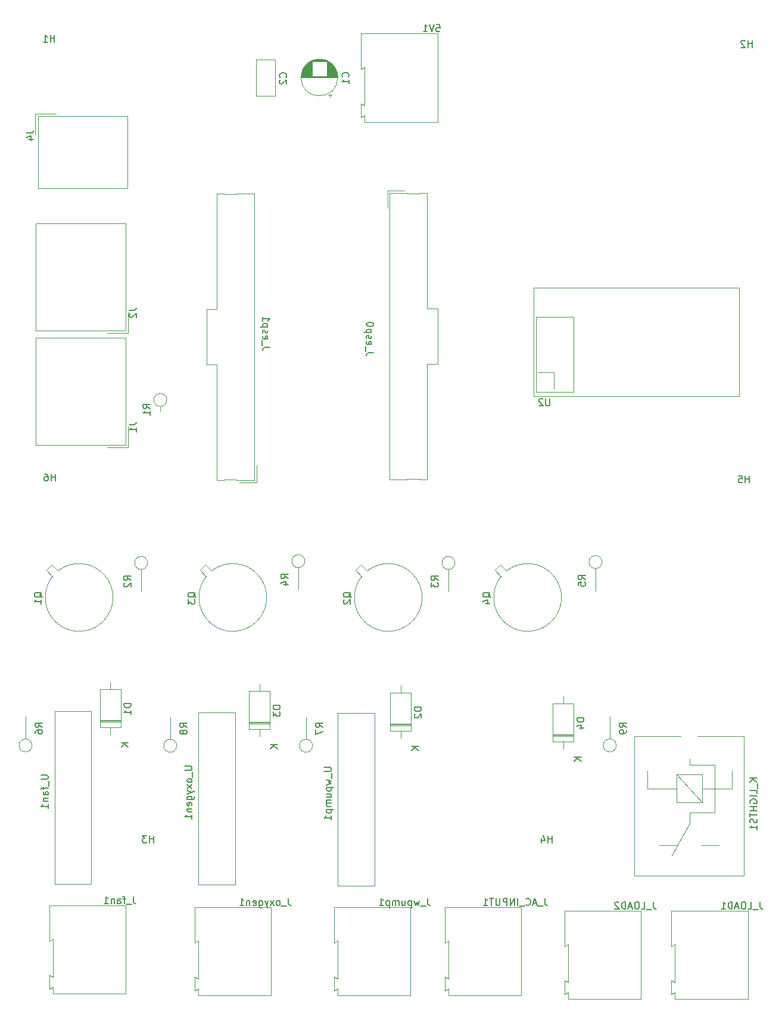
<source format=gbr>
%TF.GenerationSoftware,KiCad,Pcbnew,7.0.3*%
%TF.CreationDate,2023-06-20T17:45:45-05:00*%
%TF.ProjectId,intregration1,696e7472-6567-4726-9174-696f6e312e6b,rev?*%
%TF.SameCoordinates,Original*%
%TF.FileFunction,Legend,Bot*%
%TF.FilePolarity,Positive*%
%FSLAX46Y46*%
G04 Gerber Fmt 4.6, Leading zero omitted, Abs format (unit mm)*
G04 Created by KiCad (PCBNEW 7.0.3) date 2023-06-20 17:45:45*
%MOMM*%
%LPD*%
G01*
G04 APERTURE LIST*
%ADD10C,0.150000*%
%ADD11C,0.120000*%
G04 APERTURE END LIST*
D10*
%TO.C,R6*%
X53174819Y-127644017D02*
X52698628Y-127310684D01*
X53174819Y-127072589D02*
X52174819Y-127072589D01*
X52174819Y-127072589D02*
X52174819Y-127453541D01*
X52174819Y-127453541D02*
X52222438Y-127548779D01*
X52222438Y-127548779D02*
X52270057Y-127596398D01*
X52270057Y-127596398D02*
X52365295Y-127644017D01*
X52365295Y-127644017D02*
X52508152Y-127644017D01*
X52508152Y-127644017D02*
X52603390Y-127596398D01*
X52603390Y-127596398D02*
X52651009Y-127548779D01*
X52651009Y-127548779D02*
X52698628Y-127453541D01*
X52698628Y-127453541D02*
X52698628Y-127072589D01*
X52174819Y-128501160D02*
X52174819Y-128310684D01*
X52174819Y-128310684D02*
X52222438Y-128215446D01*
X52222438Y-128215446D02*
X52270057Y-128167827D01*
X52270057Y-128167827D02*
X52412914Y-128072589D01*
X52412914Y-128072589D02*
X52603390Y-128024970D01*
X52603390Y-128024970D02*
X52984342Y-128024970D01*
X52984342Y-128024970D02*
X53079580Y-128072589D01*
X53079580Y-128072589D02*
X53127200Y-128120208D01*
X53127200Y-128120208D02*
X53174819Y-128215446D01*
X53174819Y-128215446D02*
X53174819Y-128405922D01*
X53174819Y-128405922D02*
X53127200Y-128501160D01*
X53127200Y-128501160D02*
X53079580Y-128548779D01*
X53079580Y-128548779D02*
X52984342Y-128596398D01*
X52984342Y-128596398D02*
X52746247Y-128596398D01*
X52746247Y-128596398D02*
X52651009Y-128548779D01*
X52651009Y-128548779D02*
X52603390Y-128501160D01*
X52603390Y-128501160D02*
X52555771Y-128405922D01*
X52555771Y-128405922D02*
X52555771Y-128215446D01*
X52555771Y-128215446D02*
X52603390Y-128120208D01*
X52603390Y-128120208D02*
X52651009Y-128072589D01*
X52651009Y-128072589D02*
X52746247Y-128024970D01*
%TO.C,R1*%
X68492319Y-82349517D02*
X68016128Y-82016184D01*
X68492319Y-81778089D02*
X67492319Y-81778089D01*
X67492319Y-81778089D02*
X67492319Y-82159041D01*
X67492319Y-82159041D02*
X67539938Y-82254279D01*
X67539938Y-82254279D02*
X67587557Y-82301898D01*
X67587557Y-82301898D02*
X67682795Y-82349517D01*
X67682795Y-82349517D02*
X67825652Y-82349517D01*
X67825652Y-82349517D02*
X67920890Y-82301898D01*
X67920890Y-82301898D02*
X67968509Y-82254279D01*
X67968509Y-82254279D02*
X68016128Y-82159041D01*
X68016128Y-82159041D02*
X68016128Y-81778089D01*
X68492319Y-83301898D02*
X68492319Y-82730470D01*
X68492319Y-83016184D02*
X67492319Y-83016184D01*
X67492319Y-83016184D02*
X67635176Y-82920946D01*
X67635176Y-82920946D02*
X67730414Y-82825708D01*
X67730414Y-82825708D02*
X67778033Y-82730470D01*
%TO.C,D2*%
X107064819Y-124836589D02*
X106064819Y-124836589D01*
X106064819Y-124836589D02*
X106064819Y-125074684D01*
X106064819Y-125074684D02*
X106112438Y-125217541D01*
X106112438Y-125217541D02*
X106207676Y-125312779D01*
X106207676Y-125312779D02*
X106302914Y-125360398D01*
X106302914Y-125360398D02*
X106493390Y-125408017D01*
X106493390Y-125408017D02*
X106636247Y-125408017D01*
X106636247Y-125408017D02*
X106826723Y-125360398D01*
X106826723Y-125360398D02*
X106921961Y-125312779D01*
X106921961Y-125312779D02*
X107017200Y-125217541D01*
X107017200Y-125217541D02*
X107064819Y-125074684D01*
X107064819Y-125074684D02*
X107064819Y-124836589D01*
X106160057Y-125788970D02*
X106112438Y-125836589D01*
X106112438Y-125836589D02*
X106064819Y-125931827D01*
X106064819Y-125931827D02*
X106064819Y-126169922D01*
X106064819Y-126169922D02*
X106112438Y-126265160D01*
X106112438Y-126265160D02*
X106160057Y-126312779D01*
X106160057Y-126312779D02*
X106255295Y-126360398D01*
X106255295Y-126360398D02*
X106350533Y-126360398D01*
X106350533Y-126360398D02*
X106493390Y-126312779D01*
X106493390Y-126312779D02*
X107064819Y-125741351D01*
X107064819Y-125741351D02*
X107064819Y-126360398D01*
X106694819Y-130392779D02*
X105694819Y-130392779D01*
X106694819Y-130964207D02*
X106123390Y-130535636D01*
X105694819Y-130964207D02*
X106266247Y-130392779D01*
%TO.C,R2*%
X65764819Y-106789017D02*
X65288628Y-106455684D01*
X65764819Y-106217589D02*
X64764819Y-106217589D01*
X64764819Y-106217589D02*
X64764819Y-106598541D01*
X64764819Y-106598541D02*
X64812438Y-106693779D01*
X64812438Y-106693779D02*
X64860057Y-106741398D01*
X64860057Y-106741398D02*
X64955295Y-106789017D01*
X64955295Y-106789017D02*
X65098152Y-106789017D01*
X65098152Y-106789017D02*
X65193390Y-106741398D01*
X65193390Y-106741398D02*
X65241009Y-106693779D01*
X65241009Y-106693779D02*
X65288628Y-106598541D01*
X65288628Y-106598541D02*
X65288628Y-106217589D01*
X64860057Y-107169970D02*
X64812438Y-107217589D01*
X64812438Y-107217589D02*
X64764819Y-107312827D01*
X64764819Y-107312827D02*
X64764819Y-107550922D01*
X64764819Y-107550922D02*
X64812438Y-107646160D01*
X64812438Y-107646160D02*
X64860057Y-107693779D01*
X64860057Y-107693779D02*
X64955295Y-107741398D01*
X64955295Y-107741398D02*
X65050533Y-107741398D01*
X65050533Y-107741398D02*
X65193390Y-107693779D01*
X65193390Y-107693779D02*
X65764819Y-107122351D01*
X65764819Y-107122351D02*
X65764819Y-107741398D01*
%TO.C,J_fan1*%
X66130078Y-151722819D02*
X66130078Y-152437104D01*
X66130078Y-152437104D02*
X66177697Y-152579961D01*
X66177697Y-152579961D02*
X66272935Y-152675200D01*
X66272935Y-152675200D02*
X66415792Y-152722819D01*
X66415792Y-152722819D02*
X66511030Y-152722819D01*
X65891983Y-152818057D02*
X65130078Y-152818057D01*
X65034839Y-152056152D02*
X64653887Y-152056152D01*
X64891982Y-152722819D02*
X64891982Y-151865676D01*
X64891982Y-151865676D02*
X64844363Y-151770438D01*
X64844363Y-151770438D02*
X64749125Y-151722819D01*
X64749125Y-151722819D02*
X64653887Y-151722819D01*
X63891982Y-152722819D02*
X63891982Y-152199009D01*
X63891982Y-152199009D02*
X63939601Y-152103771D01*
X63939601Y-152103771D02*
X64034839Y-152056152D01*
X64034839Y-152056152D02*
X64225315Y-152056152D01*
X64225315Y-152056152D02*
X64320553Y-152103771D01*
X63891982Y-152675200D02*
X63987220Y-152722819D01*
X63987220Y-152722819D02*
X64225315Y-152722819D01*
X64225315Y-152722819D02*
X64320553Y-152675200D01*
X64320553Y-152675200D02*
X64368172Y-152579961D01*
X64368172Y-152579961D02*
X64368172Y-152484723D01*
X64368172Y-152484723D02*
X64320553Y-152389485D01*
X64320553Y-152389485D02*
X64225315Y-152341866D01*
X64225315Y-152341866D02*
X63987220Y-152341866D01*
X63987220Y-152341866D02*
X63891982Y-152294247D01*
X63415791Y-152056152D02*
X63415791Y-152722819D01*
X63415791Y-152151390D02*
X63368172Y-152103771D01*
X63368172Y-152103771D02*
X63272934Y-152056152D01*
X63272934Y-152056152D02*
X63130077Y-152056152D01*
X63130077Y-152056152D02*
X63034839Y-152103771D01*
X63034839Y-152103771D02*
X62987220Y-152199009D01*
X62987220Y-152199009D02*
X62987220Y-152722819D01*
X61987220Y-152722819D02*
X62558648Y-152722819D01*
X62272934Y-152722819D02*
X62272934Y-151722819D01*
X62272934Y-151722819D02*
X62368172Y-151865676D01*
X62368172Y-151865676D02*
X62463410Y-151960914D01*
X62463410Y-151960914D02*
X62558648Y-152008533D01*
%TO.C,5V1*%
X109204982Y-27816819D02*
X109681172Y-27816819D01*
X109681172Y-27816819D02*
X109728791Y-28293009D01*
X109728791Y-28293009D02*
X109681172Y-28245390D01*
X109681172Y-28245390D02*
X109585934Y-28197771D01*
X109585934Y-28197771D02*
X109347839Y-28197771D01*
X109347839Y-28197771D02*
X109252601Y-28245390D01*
X109252601Y-28245390D02*
X109204982Y-28293009D01*
X109204982Y-28293009D02*
X109157363Y-28388247D01*
X109157363Y-28388247D02*
X109157363Y-28626342D01*
X109157363Y-28626342D02*
X109204982Y-28721580D01*
X109204982Y-28721580D02*
X109252601Y-28769200D01*
X109252601Y-28769200D02*
X109347839Y-28816819D01*
X109347839Y-28816819D02*
X109585934Y-28816819D01*
X109585934Y-28816819D02*
X109681172Y-28769200D01*
X109681172Y-28769200D02*
X109728791Y-28721580D01*
X108871648Y-27816819D02*
X108538315Y-28816819D01*
X108538315Y-28816819D02*
X108204982Y-27816819D01*
X107347839Y-28816819D02*
X107919267Y-28816819D01*
X107633553Y-28816819D02*
X107633553Y-27816819D01*
X107633553Y-27816819D02*
X107728791Y-27959676D01*
X107728791Y-27959676D02*
X107824029Y-28054914D01*
X107824029Y-28054914D02*
X107919267Y-28102533D01*
%TO.C,R5*%
X130360819Y-106662017D02*
X129884628Y-106328684D01*
X130360819Y-106090589D02*
X129360819Y-106090589D01*
X129360819Y-106090589D02*
X129360819Y-106471541D01*
X129360819Y-106471541D02*
X129408438Y-106566779D01*
X129408438Y-106566779D02*
X129456057Y-106614398D01*
X129456057Y-106614398D02*
X129551295Y-106662017D01*
X129551295Y-106662017D02*
X129694152Y-106662017D01*
X129694152Y-106662017D02*
X129789390Y-106614398D01*
X129789390Y-106614398D02*
X129837009Y-106566779D01*
X129837009Y-106566779D02*
X129884628Y-106471541D01*
X129884628Y-106471541D02*
X129884628Y-106090589D01*
X129360819Y-107566779D02*
X129360819Y-107090589D01*
X129360819Y-107090589D02*
X129837009Y-107042970D01*
X129837009Y-107042970D02*
X129789390Y-107090589D01*
X129789390Y-107090589D02*
X129741771Y-107185827D01*
X129741771Y-107185827D02*
X129741771Y-107423922D01*
X129741771Y-107423922D02*
X129789390Y-107519160D01*
X129789390Y-107519160D02*
X129837009Y-107566779D01*
X129837009Y-107566779D02*
X129932247Y-107614398D01*
X129932247Y-107614398D02*
X130170342Y-107614398D01*
X130170342Y-107614398D02*
X130265580Y-107566779D01*
X130265580Y-107566779D02*
X130313200Y-107519160D01*
X130313200Y-107519160D02*
X130360819Y-107423922D01*
X130360819Y-107423922D02*
X130360819Y-107185827D01*
X130360819Y-107185827D02*
X130313200Y-107090589D01*
X130313200Y-107090589D02*
X130265580Y-107042970D01*
%TO.C,J_LOAD2*%
X140057744Y-152484819D02*
X140057744Y-153199104D01*
X140057744Y-153199104D02*
X140105363Y-153341961D01*
X140105363Y-153341961D02*
X140200601Y-153437200D01*
X140200601Y-153437200D02*
X140343458Y-153484819D01*
X140343458Y-153484819D02*
X140438696Y-153484819D01*
X139819649Y-153580057D02*
X139057744Y-153580057D01*
X138343458Y-153484819D02*
X138819648Y-153484819D01*
X138819648Y-153484819D02*
X138819648Y-152484819D01*
X137819648Y-152484819D02*
X137629172Y-152484819D01*
X137629172Y-152484819D02*
X137533934Y-152532438D01*
X137533934Y-152532438D02*
X137438696Y-152627676D01*
X137438696Y-152627676D02*
X137391077Y-152818152D01*
X137391077Y-152818152D02*
X137391077Y-153151485D01*
X137391077Y-153151485D02*
X137438696Y-153341961D01*
X137438696Y-153341961D02*
X137533934Y-153437200D01*
X137533934Y-153437200D02*
X137629172Y-153484819D01*
X137629172Y-153484819D02*
X137819648Y-153484819D01*
X137819648Y-153484819D02*
X137914886Y-153437200D01*
X137914886Y-153437200D02*
X138010124Y-153341961D01*
X138010124Y-153341961D02*
X138057743Y-153151485D01*
X138057743Y-153151485D02*
X138057743Y-152818152D01*
X138057743Y-152818152D02*
X138010124Y-152627676D01*
X138010124Y-152627676D02*
X137914886Y-152532438D01*
X137914886Y-152532438D02*
X137819648Y-152484819D01*
X137010124Y-153199104D02*
X136533934Y-153199104D01*
X137105362Y-153484819D02*
X136772029Y-152484819D01*
X136772029Y-152484819D02*
X136438696Y-153484819D01*
X136105362Y-153484819D02*
X136105362Y-152484819D01*
X136105362Y-152484819D02*
X135867267Y-152484819D01*
X135867267Y-152484819D02*
X135724410Y-152532438D01*
X135724410Y-152532438D02*
X135629172Y-152627676D01*
X135629172Y-152627676D02*
X135581553Y-152722914D01*
X135581553Y-152722914D02*
X135533934Y-152913390D01*
X135533934Y-152913390D02*
X135533934Y-153056247D01*
X135533934Y-153056247D02*
X135581553Y-153246723D01*
X135581553Y-153246723D02*
X135629172Y-153341961D01*
X135629172Y-153341961D02*
X135724410Y-153437200D01*
X135724410Y-153437200D02*
X135867267Y-153484819D01*
X135867267Y-153484819D02*
X136105362Y-153484819D01*
X135152981Y-152580057D02*
X135105362Y-152532438D01*
X135105362Y-152532438D02*
X135010124Y-152484819D01*
X135010124Y-152484819D02*
X134772029Y-152484819D01*
X134772029Y-152484819D02*
X134676791Y-152532438D01*
X134676791Y-152532438D02*
X134629172Y-152580057D01*
X134629172Y-152580057D02*
X134581553Y-152675295D01*
X134581553Y-152675295D02*
X134581553Y-152770533D01*
X134581553Y-152770533D02*
X134629172Y-152913390D01*
X134629172Y-152913390D02*
X135200600Y-153484819D01*
X135200600Y-153484819D02*
X134581553Y-153484819D01*
%TO.C,H6*%
X55019220Y-92666819D02*
X55019220Y-91666819D01*
X55019220Y-92143009D02*
X54447792Y-92143009D01*
X54447792Y-92666819D02*
X54447792Y-91666819D01*
X53543030Y-91666819D02*
X53733506Y-91666819D01*
X53733506Y-91666819D02*
X53828744Y-91714438D01*
X53828744Y-91714438D02*
X53876363Y-91762057D01*
X53876363Y-91762057D02*
X53971601Y-91904914D01*
X53971601Y-91904914D02*
X54019220Y-92095390D01*
X54019220Y-92095390D02*
X54019220Y-92476342D01*
X54019220Y-92476342D02*
X53971601Y-92571580D01*
X53971601Y-92571580D02*
X53923982Y-92619200D01*
X53923982Y-92619200D02*
X53828744Y-92666819D01*
X53828744Y-92666819D02*
X53638268Y-92666819D01*
X53638268Y-92666819D02*
X53543030Y-92619200D01*
X53543030Y-92619200D02*
X53495411Y-92571580D01*
X53495411Y-92571580D02*
X53447792Y-92476342D01*
X53447792Y-92476342D02*
X53447792Y-92238247D01*
X53447792Y-92238247D02*
X53495411Y-92143009D01*
X53495411Y-92143009D02*
X53543030Y-92095390D01*
X53543030Y-92095390D02*
X53638268Y-92047771D01*
X53638268Y-92047771D02*
X53828744Y-92047771D01*
X53828744Y-92047771D02*
X53923982Y-92095390D01*
X53923982Y-92095390D02*
X53971601Y-92143009D01*
X53971601Y-92143009D02*
X54019220Y-92238247D01*
%TO.C,J2*%
X65543819Y-68416850D02*
X66258104Y-68416850D01*
X66258104Y-68416850D02*
X66400961Y-68369231D01*
X66400961Y-68369231D02*
X66496200Y-68273993D01*
X66496200Y-68273993D02*
X66543819Y-68131136D01*
X66543819Y-68131136D02*
X66543819Y-68035898D01*
X65639057Y-68845422D02*
X65591438Y-68893041D01*
X65591438Y-68893041D02*
X65543819Y-68988279D01*
X65543819Y-68988279D02*
X65543819Y-69226374D01*
X65543819Y-69226374D02*
X65591438Y-69321612D01*
X65591438Y-69321612D02*
X65639057Y-69369231D01*
X65639057Y-69369231D02*
X65734295Y-69416850D01*
X65734295Y-69416850D02*
X65829533Y-69416850D01*
X65829533Y-69416850D02*
X65972390Y-69369231D01*
X65972390Y-69369231D02*
X66543819Y-68797803D01*
X66543819Y-68797803D02*
X66543819Y-69416850D01*
%TO.C,H2*%
X154079220Y-31044819D02*
X154079220Y-30044819D01*
X154079220Y-30521009D02*
X153507792Y-30521009D01*
X153507792Y-31044819D02*
X153507792Y-30044819D01*
X153079220Y-30140057D02*
X153031601Y-30092438D01*
X153031601Y-30092438D02*
X152936363Y-30044819D01*
X152936363Y-30044819D02*
X152698268Y-30044819D01*
X152698268Y-30044819D02*
X152603030Y-30092438D01*
X152603030Y-30092438D02*
X152555411Y-30140057D01*
X152555411Y-30140057D02*
X152507792Y-30235295D01*
X152507792Y-30235295D02*
X152507792Y-30330533D01*
X152507792Y-30330533D02*
X152555411Y-30473390D01*
X152555411Y-30473390D02*
X153126839Y-31044819D01*
X153126839Y-31044819D02*
X152507792Y-31044819D01*
%TO.C,C2*%
X87812580Y-35284017D02*
X87860200Y-35236398D01*
X87860200Y-35236398D02*
X87907819Y-35093541D01*
X87907819Y-35093541D02*
X87907819Y-34998303D01*
X87907819Y-34998303D02*
X87860200Y-34855446D01*
X87860200Y-34855446D02*
X87764961Y-34760208D01*
X87764961Y-34760208D02*
X87669723Y-34712589D01*
X87669723Y-34712589D02*
X87479247Y-34664970D01*
X87479247Y-34664970D02*
X87336390Y-34664970D01*
X87336390Y-34664970D02*
X87145914Y-34712589D01*
X87145914Y-34712589D02*
X87050676Y-34760208D01*
X87050676Y-34760208D02*
X86955438Y-34855446D01*
X86955438Y-34855446D02*
X86907819Y-34998303D01*
X86907819Y-34998303D02*
X86907819Y-35093541D01*
X86907819Y-35093541D02*
X86955438Y-35236398D01*
X86955438Y-35236398D02*
X87003057Y-35284017D01*
X87003057Y-35664970D02*
X86955438Y-35712589D01*
X86955438Y-35712589D02*
X86907819Y-35807827D01*
X86907819Y-35807827D02*
X86907819Y-36045922D01*
X86907819Y-36045922D02*
X86955438Y-36141160D01*
X86955438Y-36141160D02*
X87003057Y-36188779D01*
X87003057Y-36188779D02*
X87098295Y-36236398D01*
X87098295Y-36236398D02*
X87193533Y-36236398D01*
X87193533Y-36236398D02*
X87336390Y-36188779D01*
X87336390Y-36188779D02*
X87907819Y-35617351D01*
X87907819Y-35617351D02*
X87907819Y-36236398D01*
%TO.C,J1*%
X65543819Y-84672850D02*
X66258104Y-84672850D01*
X66258104Y-84672850D02*
X66400961Y-84625231D01*
X66400961Y-84625231D02*
X66496200Y-84529993D01*
X66496200Y-84529993D02*
X66543819Y-84387136D01*
X66543819Y-84387136D02*
X66543819Y-84291898D01*
X66543819Y-85672850D02*
X66543819Y-85101422D01*
X66543819Y-85387136D02*
X65543819Y-85387136D01*
X65543819Y-85387136D02*
X65686676Y-85291898D01*
X65686676Y-85291898D02*
X65781914Y-85196660D01*
X65781914Y-85196660D02*
X65829533Y-85101422D01*
%TO.C,J_AC_INPUT1*%
X124629792Y-151976819D02*
X124629792Y-152691104D01*
X124629792Y-152691104D02*
X124677411Y-152833961D01*
X124677411Y-152833961D02*
X124772649Y-152929200D01*
X124772649Y-152929200D02*
X124915506Y-152976819D01*
X124915506Y-152976819D02*
X125010744Y-152976819D01*
X124391697Y-153072057D02*
X123629792Y-153072057D01*
X123439315Y-152691104D02*
X122963125Y-152691104D01*
X123534553Y-152976819D02*
X123201220Y-151976819D01*
X123201220Y-151976819D02*
X122867887Y-152976819D01*
X121963125Y-152881580D02*
X122010744Y-152929200D01*
X122010744Y-152929200D02*
X122153601Y-152976819D01*
X122153601Y-152976819D02*
X122248839Y-152976819D01*
X122248839Y-152976819D02*
X122391696Y-152929200D01*
X122391696Y-152929200D02*
X122486934Y-152833961D01*
X122486934Y-152833961D02*
X122534553Y-152738723D01*
X122534553Y-152738723D02*
X122582172Y-152548247D01*
X122582172Y-152548247D02*
X122582172Y-152405390D01*
X122582172Y-152405390D02*
X122534553Y-152214914D01*
X122534553Y-152214914D02*
X122486934Y-152119676D01*
X122486934Y-152119676D02*
X122391696Y-152024438D01*
X122391696Y-152024438D02*
X122248839Y-151976819D01*
X122248839Y-151976819D02*
X122153601Y-151976819D01*
X122153601Y-151976819D02*
X122010744Y-152024438D01*
X122010744Y-152024438D02*
X121963125Y-152072057D01*
X121772649Y-153072057D02*
X121010744Y-153072057D01*
X120772648Y-152976819D02*
X120772648Y-151976819D01*
X120296458Y-152976819D02*
X120296458Y-151976819D01*
X120296458Y-151976819D02*
X119725030Y-152976819D01*
X119725030Y-152976819D02*
X119725030Y-151976819D01*
X119248839Y-152976819D02*
X119248839Y-151976819D01*
X119248839Y-151976819D02*
X118867887Y-151976819D01*
X118867887Y-151976819D02*
X118772649Y-152024438D01*
X118772649Y-152024438D02*
X118725030Y-152072057D01*
X118725030Y-152072057D02*
X118677411Y-152167295D01*
X118677411Y-152167295D02*
X118677411Y-152310152D01*
X118677411Y-152310152D02*
X118725030Y-152405390D01*
X118725030Y-152405390D02*
X118772649Y-152453009D01*
X118772649Y-152453009D02*
X118867887Y-152500628D01*
X118867887Y-152500628D02*
X119248839Y-152500628D01*
X118248839Y-151976819D02*
X118248839Y-152786342D01*
X118248839Y-152786342D02*
X118201220Y-152881580D01*
X118201220Y-152881580D02*
X118153601Y-152929200D01*
X118153601Y-152929200D02*
X118058363Y-152976819D01*
X118058363Y-152976819D02*
X117867887Y-152976819D01*
X117867887Y-152976819D02*
X117772649Y-152929200D01*
X117772649Y-152929200D02*
X117725030Y-152881580D01*
X117725030Y-152881580D02*
X117677411Y-152786342D01*
X117677411Y-152786342D02*
X117677411Y-151976819D01*
X117344077Y-151976819D02*
X116772649Y-151976819D01*
X117058363Y-152976819D02*
X117058363Y-151976819D01*
X115915506Y-152976819D02*
X116486934Y-152976819D01*
X116201220Y-152976819D02*
X116201220Y-151976819D01*
X116201220Y-151976819D02*
X116296458Y-152119676D01*
X116296458Y-152119676D02*
X116391696Y-152214914D01*
X116391696Y-152214914D02*
X116486934Y-152262533D01*
%TO.C,J_LOAD1*%
X155217744Y-152484819D02*
X155217744Y-153199104D01*
X155217744Y-153199104D02*
X155265363Y-153341961D01*
X155265363Y-153341961D02*
X155360601Y-153437200D01*
X155360601Y-153437200D02*
X155503458Y-153484819D01*
X155503458Y-153484819D02*
X155598696Y-153484819D01*
X154979649Y-153580057D02*
X154217744Y-153580057D01*
X153503458Y-153484819D02*
X153979648Y-153484819D01*
X153979648Y-153484819D02*
X153979648Y-152484819D01*
X152979648Y-152484819D02*
X152789172Y-152484819D01*
X152789172Y-152484819D02*
X152693934Y-152532438D01*
X152693934Y-152532438D02*
X152598696Y-152627676D01*
X152598696Y-152627676D02*
X152551077Y-152818152D01*
X152551077Y-152818152D02*
X152551077Y-153151485D01*
X152551077Y-153151485D02*
X152598696Y-153341961D01*
X152598696Y-153341961D02*
X152693934Y-153437200D01*
X152693934Y-153437200D02*
X152789172Y-153484819D01*
X152789172Y-153484819D02*
X152979648Y-153484819D01*
X152979648Y-153484819D02*
X153074886Y-153437200D01*
X153074886Y-153437200D02*
X153170124Y-153341961D01*
X153170124Y-153341961D02*
X153217743Y-153151485D01*
X153217743Y-153151485D02*
X153217743Y-152818152D01*
X153217743Y-152818152D02*
X153170124Y-152627676D01*
X153170124Y-152627676D02*
X153074886Y-152532438D01*
X153074886Y-152532438D02*
X152979648Y-152484819D01*
X152170124Y-153199104D02*
X151693934Y-153199104D01*
X152265362Y-153484819D02*
X151932029Y-152484819D01*
X151932029Y-152484819D02*
X151598696Y-153484819D01*
X151265362Y-153484819D02*
X151265362Y-152484819D01*
X151265362Y-152484819D02*
X151027267Y-152484819D01*
X151027267Y-152484819D02*
X150884410Y-152532438D01*
X150884410Y-152532438D02*
X150789172Y-152627676D01*
X150789172Y-152627676D02*
X150741553Y-152722914D01*
X150741553Y-152722914D02*
X150693934Y-152913390D01*
X150693934Y-152913390D02*
X150693934Y-153056247D01*
X150693934Y-153056247D02*
X150741553Y-153246723D01*
X150741553Y-153246723D02*
X150789172Y-153341961D01*
X150789172Y-153341961D02*
X150884410Y-153437200D01*
X150884410Y-153437200D02*
X151027267Y-153484819D01*
X151027267Y-153484819D02*
X151265362Y-153484819D01*
X149741553Y-153484819D02*
X150312981Y-153484819D01*
X150027267Y-153484819D02*
X150027267Y-152484819D01*
X150027267Y-152484819D02*
X150122505Y-152627676D01*
X150122505Y-152627676D02*
X150217743Y-152722914D01*
X150217743Y-152722914D02*
X150312981Y-152770533D01*
%TO.C,J_esp1*%
X85532180Y-73683316D02*
X84817895Y-73683316D01*
X84817895Y-73683316D02*
X84675038Y-73730935D01*
X84675038Y-73730935D02*
X84579800Y-73826173D01*
X84579800Y-73826173D02*
X84532180Y-73969030D01*
X84532180Y-73969030D02*
X84532180Y-74064268D01*
X84436942Y-73445221D02*
X84436942Y-72683316D01*
X84579800Y-72064268D02*
X84532180Y-72159506D01*
X84532180Y-72159506D02*
X84532180Y-72349982D01*
X84532180Y-72349982D02*
X84579800Y-72445220D01*
X84579800Y-72445220D02*
X84675038Y-72492839D01*
X84675038Y-72492839D02*
X85055990Y-72492839D01*
X85055990Y-72492839D02*
X85151228Y-72445220D01*
X85151228Y-72445220D02*
X85198847Y-72349982D01*
X85198847Y-72349982D02*
X85198847Y-72159506D01*
X85198847Y-72159506D02*
X85151228Y-72064268D01*
X85151228Y-72064268D02*
X85055990Y-72016649D01*
X85055990Y-72016649D02*
X84960752Y-72016649D01*
X84960752Y-72016649D02*
X84865514Y-72492839D01*
X84579800Y-71635696D02*
X84532180Y-71540458D01*
X84532180Y-71540458D02*
X84532180Y-71349982D01*
X84532180Y-71349982D02*
X84579800Y-71254744D01*
X84579800Y-71254744D02*
X84675038Y-71207125D01*
X84675038Y-71207125D02*
X84722657Y-71207125D01*
X84722657Y-71207125D02*
X84817895Y-71254744D01*
X84817895Y-71254744D02*
X84865514Y-71349982D01*
X84865514Y-71349982D02*
X84865514Y-71492839D01*
X84865514Y-71492839D02*
X84913133Y-71588077D01*
X84913133Y-71588077D02*
X85008371Y-71635696D01*
X85008371Y-71635696D02*
X85055990Y-71635696D01*
X85055990Y-71635696D02*
X85151228Y-71588077D01*
X85151228Y-71588077D02*
X85198847Y-71492839D01*
X85198847Y-71492839D02*
X85198847Y-71349982D01*
X85198847Y-71349982D02*
X85151228Y-71254744D01*
X85198847Y-70778553D02*
X84198847Y-70778553D01*
X85151228Y-70778553D02*
X85198847Y-70683315D01*
X85198847Y-70683315D02*
X85198847Y-70492839D01*
X85198847Y-70492839D02*
X85151228Y-70397601D01*
X85151228Y-70397601D02*
X85103609Y-70349982D01*
X85103609Y-70349982D02*
X85008371Y-70302363D01*
X85008371Y-70302363D02*
X84722657Y-70302363D01*
X84722657Y-70302363D02*
X84627419Y-70349982D01*
X84627419Y-70349982D02*
X84579800Y-70397601D01*
X84579800Y-70397601D02*
X84532180Y-70492839D01*
X84532180Y-70492839D02*
X84532180Y-70683315D01*
X84532180Y-70683315D02*
X84579800Y-70778553D01*
X84532180Y-69349982D02*
X84532180Y-69921410D01*
X84532180Y-69635696D02*
X85532180Y-69635696D01*
X85532180Y-69635696D02*
X85389323Y-69730934D01*
X85389323Y-69730934D02*
X85294085Y-69826172D01*
X85294085Y-69826172D02*
X85246466Y-69921410D01*
%TO.C,Q2*%
X97092057Y-109223445D02*
X97044438Y-109128207D01*
X97044438Y-109128207D02*
X96949200Y-109032969D01*
X96949200Y-109032969D02*
X96806342Y-108890112D01*
X96806342Y-108890112D02*
X96758723Y-108794874D01*
X96758723Y-108794874D02*
X96758723Y-108699636D01*
X96996819Y-108747255D02*
X96949200Y-108652017D01*
X96949200Y-108652017D02*
X96853961Y-108556779D01*
X96853961Y-108556779D02*
X96663485Y-108509160D01*
X96663485Y-108509160D02*
X96330152Y-108509160D01*
X96330152Y-108509160D02*
X96139676Y-108556779D01*
X96139676Y-108556779D02*
X96044438Y-108652017D01*
X96044438Y-108652017D02*
X95996819Y-108747255D01*
X95996819Y-108747255D02*
X95996819Y-108937731D01*
X95996819Y-108937731D02*
X96044438Y-109032969D01*
X96044438Y-109032969D02*
X96139676Y-109128207D01*
X96139676Y-109128207D02*
X96330152Y-109175826D01*
X96330152Y-109175826D02*
X96663485Y-109175826D01*
X96663485Y-109175826D02*
X96853961Y-109128207D01*
X96853961Y-109128207D02*
X96949200Y-109032969D01*
X96949200Y-109032969D02*
X96996819Y-108937731D01*
X96996819Y-108937731D02*
X96996819Y-108747255D01*
X96092057Y-109556779D02*
X96044438Y-109604398D01*
X96044438Y-109604398D02*
X95996819Y-109699636D01*
X95996819Y-109699636D02*
X95996819Y-109937731D01*
X95996819Y-109937731D02*
X96044438Y-110032969D01*
X96044438Y-110032969D02*
X96092057Y-110080588D01*
X96092057Y-110080588D02*
X96187295Y-110128207D01*
X96187295Y-110128207D02*
X96282533Y-110128207D01*
X96282533Y-110128207D02*
X96425390Y-110080588D01*
X96425390Y-110080588D02*
X96996819Y-109509160D01*
X96996819Y-109509160D02*
X96996819Y-110128207D01*
%TO.C,J4*%
X50928819Y-43199350D02*
X51643104Y-43199350D01*
X51643104Y-43199350D02*
X51785961Y-43151731D01*
X51785961Y-43151731D02*
X51881200Y-43056493D01*
X51881200Y-43056493D02*
X51928819Y-42913636D01*
X51928819Y-42913636D02*
X51928819Y-42818398D01*
X51262152Y-44104112D02*
X51928819Y-44104112D01*
X50881200Y-43866017D02*
X51595485Y-43627922D01*
X51595485Y-43627922D02*
X51595485Y-44246969D01*
%TO.C,D3*%
X86998819Y-124582589D02*
X85998819Y-124582589D01*
X85998819Y-124582589D02*
X85998819Y-124820684D01*
X85998819Y-124820684D02*
X86046438Y-124963541D01*
X86046438Y-124963541D02*
X86141676Y-125058779D01*
X86141676Y-125058779D02*
X86236914Y-125106398D01*
X86236914Y-125106398D02*
X86427390Y-125154017D01*
X86427390Y-125154017D02*
X86570247Y-125154017D01*
X86570247Y-125154017D02*
X86760723Y-125106398D01*
X86760723Y-125106398D02*
X86855961Y-125058779D01*
X86855961Y-125058779D02*
X86951200Y-124963541D01*
X86951200Y-124963541D02*
X86998819Y-124820684D01*
X86998819Y-124820684D02*
X86998819Y-124582589D01*
X85998819Y-125487351D02*
X85998819Y-126106398D01*
X85998819Y-126106398D02*
X86379771Y-125773065D01*
X86379771Y-125773065D02*
X86379771Y-125915922D01*
X86379771Y-125915922D02*
X86427390Y-126011160D01*
X86427390Y-126011160D02*
X86475009Y-126058779D01*
X86475009Y-126058779D02*
X86570247Y-126106398D01*
X86570247Y-126106398D02*
X86808342Y-126106398D01*
X86808342Y-126106398D02*
X86903580Y-126058779D01*
X86903580Y-126058779D02*
X86951200Y-126011160D01*
X86951200Y-126011160D02*
X86998819Y-125915922D01*
X86998819Y-125915922D02*
X86998819Y-125630208D01*
X86998819Y-125630208D02*
X86951200Y-125534970D01*
X86951200Y-125534970D02*
X86903580Y-125487351D01*
X86628819Y-130138779D02*
X85628819Y-130138779D01*
X86628819Y-130710207D02*
X86057390Y-130281636D01*
X85628819Y-130710207D02*
X86200247Y-130138779D01*
%TO.C,J_esp0*%
X100277680Y-74464316D02*
X99563395Y-74464316D01*
X99563395Y-74464316D02*
X99420538Y-74511935D01*
X99420538Y-74511935D02*
X99325300Y-74607173D01*
X99325300Y-74607173D02*
X99277680Y-74750030D01*
X99277680Y-74750030D02*
X99277680Y-74845268D01*
X99182442Y-74226221D02*
X99182442Y-73464316D01*
X99325300Y-72845268D02*
X99277680Y-72940506D01*
X99277680Y-72940506D02*
X99277680Y-73130982D01*
X99277680Y-73130982D02*
X99325300Y-73226220D01*
X99325300Y-73226220D02*
X99420538Y-73273839D01*
X99420538Y-73273839D02*
X99801490Y-73273839D01*
X99801490Y-73273839D02*
X99896728Y-73226220D01*
X99896728Y-73226220D02*
X99944347Y-73130982D01*
X99944347Y-73130982D02*
X99944347Y-72940506D01*
X99944347Y-72940506D02*
X99896728Y-72845268D01*
X99896728Y-72845268D02*
X99801490Y-72797649D01*
X99801490Y-72797649D02*
X99706252Y-72797649D01*
X99706252Y-72797649D02*
X99611014Y-73273839D01*
X99325300Y-72416696D02*
X99277680Y-72321458D01*
X99277680Y-72321458D02*
X99277680Y-72130982D01*
X99277680Y-72130982D02*
X99325300Y-72035744D01*
X99325300Y-72035744D02*
X99420538Y-71988125D01*
X99420538Y-71988125D02*
X99468157Y-71988125D01*
X99468157Y-71988125D02*
X99563395Y-72035744D01*
X99563395Y-72035744D02*
X99611014Y-72130982D01*
X99611014Y-72130982D02*
X99611014Y-72273839D01*
X99611014Y-72273839D02*
X99658633Y-72369077D01*
X99658633Y-72369077D02*
X99753871Y-72416696D01*
X99753871Y-72416696D02*
X99801490Y-72416696D01*
X99801490Y-72416696D02*
X99896728Y-72369077D01*
X99896728Y-72369077D02*
X99944347Y-72273839D01*
X99944347Y-72273839D02*
X99944347Y-72130982D01*
X99944347Y-72130982D02*
X99896728Y-72035744D01*
X99944347Y-71559553D02*
X98944347Y-71559553D01*
X99896728Y-71559553D02*
X99944347Y-71464315D01*
X99944347Y-71464315D02*
X99944347Y-71273839D01*
X99944347Y-71273839D02*
X99896728Y-71178601D01*
X99896728Y-71178601D02*
X99849109Y-71130982D01*
X99849109Y-71130982D02*
X99753871Y-71083363D01*
X99753871Y-71083363D02*
X99468157Y-71083363D01*
X99468157Y-71083363D02*
X99372919Y-71130982D01*
X99372919Y-71130982D02*
X99325300Y-71178601D01*
X99325300Y-71178601D02*
X99277680Y-71273839D01*
X99277680Y-71273839D02*
X99277680Y-71464315D01*
X99277680Y-71464315D02*
X99325300Y-71559553D01*
X100277680Y-70464315D02*
X100277680Y-70369077D01*
X100277680Y-70369077D02*
X100230061Y-70273839D01*
X100230061Y-70273839D02*
X100182442Y-70226220D01*
X100182442Y-70226220D02*
X100087204Y-70178601D01*
X100087204Y-70178601D02*
X99896728Y-70130982D01*
X99896728Y-70130982D02*
X99658633Y-70130982D01*
X99658633Y-70130982D02*
X99468157Y-70178601D01*
X99468157Y-70178601D02*
X99372919Y-70226220D01*
X99372919Y-70226220D02*
X99325300Y-70273839D01*
X99325300Y-70273839D02*
X99277680Y-70369077D01*
X99277680Y-70369077D02*
X99277680Y-70464315D01*
X99277680Y-70464315D02*
X99325300Y-70559553D01*
X99325300Y-70559553D02*
X99372919Y-70607172D01*
X99372919Y-70607172D02*
X99468157Y-70654791D01*
X99468157Y-70654791D02*
X99658633Y-70702410D01*
X99658633Y-70702410D02*
X99896728Y-70702410D01*
X99896728Y-70702410D02*
X100087204Y-70654791D01*
X100087204Y-70654791D02*
X100182442Y-70607172D01*
X100182442Y-70607172D02*
X100230061Y-70559553D01*
X100230061Y-70559553D02*
X100277680Y-70464315D01*
%TO.C,U_wpump1*%
X93260819Y-133377708D02*
X94070342Y-133377708D01*
X94070342Y-133377708D02*
X94165580Y-133425327D01*
X94165580Y-133425327D02*
X94213200Y-133472946D01*
X94213200Y-133472946D02*
X94260819Y-133568184D01*
X94260819Y-133568184D02*
X94260819Y-133758660D01*
X94260819Y-133758660D02*
X94213200Y-133853898D01*
X94213200Y-133853898D02*
X94165580Y-133901517D01*
X94165580Y-133901517D02*
X94070342Y-133949136D01*
X94070342Y-133949136D02*
X93260819Y-133949136D01*
X94356057Y-134187232D02*
X94356057Y-134949136D01*
X93594152Y-135091994D02*
X94260819Y-135282470D01*
X94260819Y-135282470D02*
X93784628Y-135472946D01*
X93784628Y-135472946D02*
X94260819Y-135663422D01*
X94260819Y-135663422D02*
X93594152Y-135853898D01*
X93594152Y-136234851D02*
X94594152Y-136234851D01*
X93641771Y-136234851D02*
X93594152Y-136330089D01*
X93594152Y-136330089D02*
X93594152Y-136520565D01*
X93594152Y-136520565D02*
X93641771Y-136615803D01*
X93641771Y-136615803D02*
X93689390Y-136663422D01*
X93689390Y-136663422D02*
X93784628Y-136711041D01*
X93784628Y-136711041D02*
X94070342Y-136711041D01*
X94070342Y-136711041D02*
X94165580Y-136663422D01*
X94165580Y-136663422D02*
X94213200Y-136615803D01*
X94213200Y-136615803D02*
X94260819Y-136520565D01*
X94260819Y-136520565D02*
X94260819Y-136330089D01*
X94260819Y-136330089D02*
X94213200Y-136234851D01*
X93594152Y-137568184D02*
X94260819Y-137568184D01*
X93594152Y-137139613D02*
X94117961Y-137139613D01*
X94117961Y-137139613D02*
X94213200Y-137187232D01*
X94213200Y-137187232D02*
X94260819Y-137282470D01*
X94260819Y-137282470D02*
X94260819Y-137425327D01*
X94260819Y-137425327D02*
X94213200Y-137520565D01*
X94213200Y-137520565D02*
X94165580Y-137568184D01*
X94260819Y-138044375D02*
X93594152Y-138044375D01*
X93689390Y-138044375D02*
X93641771Y-138091994D01*
X93641771Y-138091994D02*
X93594152Y-138187232D01*
X93594152Y-138187232D02*
X93594152Y-138330089D01*
X93594152Y-138330089D02*
X93641771Y-138425327D01*
X93641771Y-138425327D02*
X93737009Y-138472946D01*
X93737009Y-138472946D02*
X94260819Y-138472946D01*
X93737009Y-138472946D02*
X93641771Y-138520565D01*
X93641771Y-138520565D02*
X93594152Y-138615803D01*
X93594152Y-138615803D02*
X93594152Y-138758660D01*
X93594152Y-138758660D02*
X93641771Y-138853899D01*
X93641771Y-138853899D02*
X93737009Y-138901518D01*
X93737009Y-138901518D02*
X94260819Y-138901518D01*
X93594152Y-139377708D02*
X94594152Y-139377708D01*
X93641771Y-139377708D02*
X93594152Y-139472946D01*
X93594152Y-139472946D02*
X93594152Y-139663422D01*
X93594152Y-139663422D02*
X93641771Y-139758660D01*
X93641771Y-139758660D02*
X93689390Y-139806279D01*
X93689390Y-139806279D02*
X93784628Y-139853898D01*
X93784628Y-139853898D02*
X94070342Y-139853898D01*
X94070342Y-139853898D02*
X94165580Y-139806279D01*
X94165580Y-139806279D02*
X94213200Y-139758660D01*
X94213200Y-139758660D02*
X94260819Y-139663422D01*
X94260819Y-139663422D02*
X94260819Y-139472946D01*
X94260819Y-139472946D02*
X94213200Y-139377708D01*
X94260819Y-140806279D02*
X94260819Y-140234851D01*
X94260819Y-140520565D02*
X93260819Y-140520565D01*
X93260819Y-140520565D02*
X93403676Y-140425327D01*
X93403676Y-140425327D02*
X93498914Y-140330089D01*
X93498914Y-140330089D02*
X93546533Y-140234851D01*
%TO.C,R3*%
X109452819Y-106789017D02*
X108976628Y-106455684D01*
X109452819Y-106217589D02*
X108452819Y-106217589D01*
X108452819Y-106217589D02*
X108452819Y-106598541D01*
X108452819Y-106598541D02*
X108500438Y-106693779D01*
X108500438Y-106693779D02*
X108548057Y-106741398D01*
X108548057Y-106741398D02*
X108643295Y-106789017D01*
X108643295Y-106789017D02*
X108786152Y-106789017D01*
X108786152Y-106789017D02*
X108881390Y-106741398D01*
X108881390Y-106741398D02*
X108929009Y-106693779D01*
X108929009Y-106693779D02*
X108976628Y-106598541D01*
X108976628Y-106598541D02*
X108976628Y-106217589D01*
X108452819Y-107122351D02*
X108452819Y-107741398D01*
X108452819Y-107741398D02*
X108833771Y-107408065D01*
X108833771Y-107408065D02*
X108833771Y-107550922D01*
X108833771Y-107550922D02*
X108881390Y-107646160D01*
X108881390Y-107646160D02*
X108929009Y-107693779D01*
X108929009Y-107693779D02*
X109024247Y-107741398D01*
X109024247Y-107741398D02*
X109262342Y-107741398D01*
X109262342Y-107741398D02*
X109357580Y-107693779D01*
X109357580Y-107693779D02*
X109405200Y-107646160D01*
X109405200Y-107646160D02*
X109452819Y-107550922D01*
X109452819Y-107550922D02*
X109452819Y-107265208D01*
X109452819Y-107265208D02*
X109405200Y-107169970D01*
X109405200Y-107169970D02*
X109357580Y-107122351D01*
%TO.C,J_oxygen1*%
X88165030Y-151976819D02*
X88165030Y-152691104D01*
X88165030Y-152691104D02*
X88212649Y-152833961D01*
X88212649Y-152833961D02*
X88307887Y-152929200D01*
X88307887Y-152929200D02*
X88450744Y-152976819D01*
X88450744Y-152976819D02*
X88545982Y-152976819D01*
X87926935Y-153072057D02*
X87165030Y-153072057D01*
X86784077Y-152976819D02*
X86879315Y-152929200D01*
X86879315Y-152929200D02*
X86926934Y-152881580D01*
X86926934Y-152881580D02*
X86974553Y-152786342D01*
X86974553Y-152786342D02*
X86974553Y-152500628D01*
X86974553Y-152500628D02*
X86926934Y-152405390D01*
X86926934Y-152405390D02*
X86879315Y-152357771D01*
X86879315Y-152357771D02*
X86784077Y-152310152D01*
X86784077Y-152310152D02*
X86641220Y-152310152D01*
X86641220Y-152310152D02*
X86545982Y-152357771D01*
X86545982Y-152357771D02*
X86498363Y-152405390D01*
X86498363Y-152405390D02*
X86450744Y-152500628D01*
X86450744Y-152500628D02*
X86450744Y-152786342D01*
X86450744Y-152786342D02*
X86498363Y-152881580D01*
X86498363Y-152881580D02*
X86545982Y-152929200D01*
X86545982Y-152929200D02*
X86641220Y-152976819D01*
X86641220Y-152976819D02*
X86784077Y-152976819D01*
X86117410Y-152976819D02*
X85593601Y-152310152D01*
X86117410Y-152310152D02*
X85593601Y-152976819D01*
X85307886Y-152310152D02*
X85069791Y-152976819D01*
X84831696Y-152310152D02*
X85069791Y-152976819D01*
X85069791Y-152976819D02*
X85165029Y-153214914D01*
X85165029Y-153214914D02*
X85212648Y-153262533D01*
X85212648Y-153262533D02*
X85307886Y-153310152D01*
X84022172Y-152310152D02*
X84022172Y-153119676D01*
X84022172Y-153119676D02*
X84069791Y-153214914D01*
X84069791Y-153214914D02*
X84117410Y-153262533D01*
X84117410Y-153262533D02*
X84212648Y-153310152D01*
X84212648Y-153310152D02*
X84355505Y-153310152D01*
X84355505Y-153310152D02*
X84450743Y-153262533D01*
X84022172Y-152929200D02*
X84117410Y-152976819D01*
X84117410Y-152976819D02*
X84307886Y-152976819D01*
X84307886Y-152976819D02*
X84403124Y-152929200D01*
X84403124Y-152929200D02*
X84450743Y-152881580D01*
X84450743Y-152881580D02*
X84498362Y-152786342D01*
X84498362Y-152786342D02*
X84498362Y-152500628D01*
X84498362Y-152500628D02*
X84450743Y-152405390D01*
X84450743Y-152405390D02*
X84403124Y-152357771D01*
X84403124Y-152357771D02*
X84307886Y-152310152D01*
X84307886Y-152310152D02*
X84117410Y-152310152D01*
X84117410Y-152310152D02*
X84022172Y-152357771D01*
X83165029Y-152929200D02*
X83260267Y-152976819D01*
X83260267Y-152976819D02*
X83450743Y-152976819D01*
X83450743Y-152976819D02*
X83545981Y-152929200D01*
X83545981Y-152929200D02*
X83593600Y-152833961D01*
X83593600Y-152833961D02*
X83593600Y-152453009D01*
X83593600Y-152453009D02*
X83545981Y-152357771D01*
X83545981Y-152357771D02*
X83450743Y-152310152D01*
X83450743Y-152310152D02*
X83260267Y-152310152D01*
X83260267Y-152310152D02*
X83165029Y-152357771D01*
X83165029Y-152357771D02*
X83117410Y-152453009D01*
X83117410Y-152453009D02*
X83117410Y-152548247D01*
X83117410Y-152548247D02*
X83593600Y-152643485D01*
X82688838Y-152310152D02*
X82688838Y-152976819D01*
X82688838Y-152405390D02*
X82641219Y-152357771D01*
X82641219Y-152357771D02*
X82545981Y-152310152D01*
X82545981Y-152310152D02*
X82403124Y-152310152D01*
X82403124Y-152310152D02*
X82307886Y-152357771D01*
X82307886Y-152357771D02*
X82260267Y-152453009D01*
X82260267Y-152453009D02*
X82260267Y-152976819D01*
X81260267Y-152976819D02*
X81831695Y-152976819D01*
X81545981Y-152976819D02*
X81545981Y-151976819D01*
X81545981Y-151976819D02*
X81641219Y-152119676D01*
X81641219Y-152119676D02*
X81736457Y-152214914D01*
X81736457Y-152214914D02*
X81831695Y-152262533D01*
%TO.C,H1*%
X54919220Y-30282819D02*
X54919220Y-29282819D01*
X54919220Y-29759009D02*
X54347792Y-29759009D01*
X54347792Y-30282819D02*
X54347792Y-29282819D01*
X53347792Y-30282819D02*
X53919220Y-30282819D01*
X53633506Y-30282819D02*
X53633506Y-29282819D01*
X53633506Y-29282819D02*
X53728744Y-29425676D01*
X53728744Y-29425676D02*
X53823982Y-29520914D01*
X53823982Y-29520914D02*
X53919220Y-29568533D01*
%TO.C,Q1*%
X53150057Y-109223445D02*
X53102438Y-109128207D01*
X53102438Y-109128207D02*
X53007200Y-109032969D01*
X53007200Y-109032969D02*
X52864342Y-108890112D01*
X52864342Y-108890112D02*
X52816723Y-108794874D01*
X52816723Y-108794874D02*
X52816723Y-108699636D01*
X53054819Y-108747255D02*
X53007200Y-108652017D01*
X53007200Y-108652017D02*
X52911961Y-108556779D01*
X52911961Y-108556779D02*
X52721485Y-108509160D01*
X52721485Y-108509160D02*
X52388152Y-108509160D01*
X52388152Y-108509160D02*
X52197676Y-108556779D01*
X52197676Y-108556779D02*
X52102438Y-108652017D01*
X52102438Y-108652017D02*
X52054819Y-108747255D01*
X52054819Y-108747255D02*
X52054819Y-108937731D01*
X52054819Y-108937731D02*
X52102438Y-109032969D01*
X52102438Y-109032969D02*
X52197676Y-109128207D01*
X52197676Y-109128207D02*
X52388152Y-109175826D01*
X52388152Y-109175826D02*
X52721485Y-109175826D01*
X52721485Y-109175826D02*
X52911961Y-109128207D01*
X52911961Y-109128207D02*
X53007200Y-109032969D01*
X53007200Y-109032969D02*
X53054819Y-108937731D01*
X53054819Y-108937731D02*
X53054819Y-108747255D01*
X53054819Y-110128207D02*
X53054819Y-109556779D01*
X53054819Y-109842493D02*
X52054819Y-109842493D01*
X52054819Y-109842493D02*
X52197676Y-109747255D01*
X52197676Y-109747255D02*
X52292914Y-109652017D01*
X52292914Y-109652017D02*
X52340533Y-109556779D01*
%TO.C,D4*%
X130178819Y-126360589D02*
X129178819Y-126360589D01*
X129178819Y-126360589D02*
X129178819Y-126598684D01*
X129178819Y-126598684D02*
X129226438Y-126741541D01*
X129226438Y-126741541D02*
X129321676Y-126836779D01*
X129321676Y-126836779D02*
X129416914Y-126884398D01*
X129416914Y-126884398D02*
X129607390Y-126932017D01*
X129607390Y-126932017D02*
X129750247Y-126932017D01*
X129750247Y-126932017D02*
X129940723Y-126884398D01*
X129940723Y-126884398D02*
X130035961Y-126836779D01*
X130035961Y-126836779D02*
X130131200Y-126741541D01*
X130131200Y-126741541D02*
X130178819Y-126598684D01*
X130178819Y-126598684D02*
X130178819Y-126360589D01*
X129512152Y-127789160D02*
X130178819Y-127789160D01*
X129131200Y-127551065D02*
X129845485Y-127312970D01*
X129845485Y-127312970D02*
X129845485Y-127932017D01*
X129808819Y-131916779D02*
X128808819Y-131916779D01*
X129808819Y-132488207D02*
X129237390Y-132059636D01*
X128808819Y-132488207D02*
X129380247Y-131916779D01*
%TO.C,D1*%
X65785819Y-124328589D02*
X64785819Y-124328589D01*
X64785819Y-124328589D02*
X64785819Y-124566684D01*
X64785819Y-124566684D02*
X64833438Y-124709541D01*
X64833438Y-124709541D02*
X64928676Y-124804779D01*
X64928676Y-124804779D02*
X65023914Y-124852398D01*
X65023914Y-124852398D02*
X65214390Y-124900017D01*
X65214390Y-124900017D02*
X65357247Y-124900017D01*
X65357247Y-124900017D02*
X65547723Y-124852398D01*
X65547723Y-124852398D02*
X65642961Y-124804779D01*
X65642961Y-124804779D02*
X65738200Y-124709541D01*
X65738200Y-124709541D02*
X65785819Y-124566684D01*
X65785819Y-124566684D02*
X65785819Y-124328589D01*
X65785819Y-125852398D02*
X65785819Y-125280970D01*
X65785819Y-125566684D02*
X64785819Y-125566684D01*
X64785819Y-125566684D02*
X64928676Y-125471446D01*
X64928676Y-125471446D02*
X65023914Y-125376208D01*
X65023914Y-125376208D02*
X65071533Y-125280970D01*
X65415819Y-129884779D02*
X64415819Y-129884779D01*
X65415819Y-130456207D02*
X64844390Y-130027636D01*
X64415819Y-130456207D02*
X64987247Y-129884779D01*
%TO.C,H3*%
X68989220Y-144074819D02*
X68989220Y-143074819D01*
X68989220Y-143551009D02*
X68417792Y-143551009D01*
X68417792Y-144074819D02*
X68417792Y-143074819D01*
X68036839Y-143074819D02*
X67417792Y-143074819D01*
X67417792Y-143074819D02*
X67751125Y-143455771D01*
X67751125Y-143455771D02*
X67608268Y-143455771D01*
X67608268Y-143455771D02*
X67513030Y-143503390D01*
X67513030Y-143503390D02*
X67465411Y-143551009D01*
X67465411Y-143551009D02*
X67417792Y-143646247D01*
X67417792Y-143646247D02*
X67417792Y-143884342D01*
X67417792Y-143884342D02*
X67465411Y-143979580D01*
X67465411Y-143979580D02*
X67513030Y-144027200D01*
X67513030Y-144027200D02*
X67608268Y-144074819D01*
X67608268Y-144074819D02*
X67893982Y-144074819D01*
X67893982Y-144074819D02*
X67989220Y-144027200D01*
X67989220Y-144027200D02*
X68036839Y-143979580D01*
%TO.C,K_LIGHTS1*%
X154795819Y-134881827D02*
X153795819Y-134881827D01*
X154795819Y-135453255D02*
X154224390Y-135024684D01*
X153795819Y-135453255D02*
X154367247Y-134881827D01*
X154891057Y-135643732D02*
X154891057Y-136405636D01*
X154795819Y-137119922D02*
X154795819Y-136643732D01*
X154795819Y-136643732D02*
X153795819Y-136643732D01*
X154795819Y-137453256D02*
X153795819Y-137453256D01*
X153843438Y-138453255D02*
X153795819Y-138358017D01*
X153795819Y-138358017D02*
X153795819Y-138215160D01*
X153795819Y-138215160D02*
X153843438Y-138072303D01*
X153843438Y-138072303D02*
X153938676Y-137977065D01*
X153938676Y-137977065D02*
X154033914Y-137929446D01*
X154033914Y-137929446D02*
X154224390Y-137881827D01*
X154224390Y-137881827D02*
X154367247Y-137881827D01*
X154367247Y-137881827D02*
X154557723Y-137929446D01*
X154557723Y-137929446D02*
X154652961Y-137977065D01*
X154652961Y-137977065D02*
X154748200Y-138072303D01*
X154748200Y-138072303D02*
X154795819Y-138215160D01*
X154795819Y-138215160D02*
X154795819Y-138310398D01*
X154795819Y-138310398D02*
X154748200Y-138453255D01*
X154748200Y-138453255D02*
X154700580Y-138500874D01*
X154700580Y-138500874D02*
X154367247Y-138500874D01*
X154367247Y-138500874D02*
X154367247Y-138310398D01*
X154795819Y-138929446D02*
X153795819Y-138929446D01*
X154272009Y-138929446D02*
X154272009Y-139500874D01*
X154795819Y-139500874D02*
X153795819Y-139500874D01*
X153795819Y-139834208D02*
X153795819Y-140405636D01*
X154795819Y-140119922D02*
X153795819Y-140119922D01*
X154748200Y-140691351D02*
X154795819Y-140834208D01*
X154795819Y-140834208D02*
X154795819Y-141072303D01*
X154795819Y-141072303D02*
X154748200Y-141167541D01*
X154748200Y-141167541D02*
X154700580Y-141215160D01*
X154700580Y-141215160D02*
X154605342Y-141262779D01*
X154605342Y-141262779D02*
X154510104Y-141262779D01*
X154510104Y-141262779D02*
X154414866Y-141215160D01*
X154414866Y-141215160D02*
X154367247Y-141167541D01*
X154367247Y-141167541D02*
X154319628Y-141072303D01*
X154319628Y-141072303D02*
X154272009Y-140881827D01*
X154272009Y-140881827D02*
X154224390Y-140786589D01*
X154224390Y-140786589D02*
X154176771Y-140738970D01*
X154176771Y-140738970D02*
X154081533Y-140691351D01*
X154081533Y-140691351D02*
X153986295Y-140691351D01*
X153986295Y-140691351D02*
X153891057Y-140738970D01*
X153891057Y-140738970D02*
X153843438Y-140786589D01*
X153843438Y-140786589D02*
X153795819Y-140881827D01*
X153795819Y-140881827D02*
X153795819Y-141119922D01*
X153795819Y-141119922D02*
X153843438Y-141262779D01*
X154795819Y-142215160D02*
X154795819Y-141643732D01*
X154795819Y-141929446D02*
X153795819Y-141929446D01*
X153795819Y-141929446D02*
X153938676Y-141834208D01*
X153938676Y-141834208D02*
X154033914Y-141738970D01*
X154033914Y-141738970D02*
X154081533Y-141643732D01*
%TO.C,J_wpump1*%
X107953220Y-151976819D02*
X107953220Y-152691104D01*
X107953220Y-152691104D02*
X108000839Y-152833961D01*
X108000839Y-152833961D02*
X108096077Y-152929200D01*
X108096077Y-152929200D02*
X108238934Y-152976819D01*
X108238934Y-152976819D02*
X108334172Y-152976819D01*
X107715125Y-153072057D02*
X106953220Y-153072057D01*
X106810362Y-152310152D02*
X106619886Y-152976819D01*
X106619886Y-152976819D02*
X106429410Y-152500628D01*
X106429410Y-152500628D02*
X106238934Y-152976819D01*
X106238934Y-152976819D02*
X106048458Y-152310152D01*
X105667505Y-152310152D02*
X105667505Y-153310152D01*
X105667505Y-152357771D02*
X105572267Y-152310152D01*
X105572267Y-152310152D02*
X105381791Y-152310152D01*
X105381791Y-152310152D02*
X105286553Y-152357771D01*
X105286553Y-152357771D02*
X105238934Y-152405390D01*
X105238934Y-152405390D02*
X105191315Y-152500628D01*
X105191315Y-152500628D02*
X105191315Y-152786342D01*
X105191315Y-152786342D02*
X105238934Y-152881580D01*
X105238934Y-152881580D02*
X105286553Y-152929200D01*
X105286553Y-152929200D02*
X105381791Y-152976819D01*
X105381791Y-152976819D02*
X105572267Y-152976819D01*
X105572267Y-152976819D02*
X105667505Y-152929200D01*
X104334172Y-152310152D02*
X104334172Y-152976819D01*
X104762743Y-152310152D02*
X104762743Y-152833961D01*
X104762743Y-152833961D02*
X104715124Y-152929200D01*
X104715124Y-152929200D02*
X104619886Y-152976819D01*
X104619886Y-152976819D02*
X104477029Y-152976819D01*
X104477029Y-152976819D02*
X104381791Y-152929200D01*
X104381791Y-152929200D02*
X104334172Y-152881580D01*
X103857981Y-152976819D02*
X103857981Y-152310152D01*
X103857981Y-152405390D02*
X103810362Y-152357771D01*
X103810362Y-152357771D02*
X103715124Y-152310152D01*
X103715124Y-152310152D02*
X103572267Y-152310152D01*
X103572267Y-152310152D02*
X103477029Y-152357771D01*
X103477029Y-152357771D02*
X103429410Y-152453009D01*
X103429410Y-152453009D02*
X103429410Y-152976819D01*
X103429410Y-152453009D02*
X103381791Y-152357771D01*
X103381791Y-152357771D02*
X103286553Y-152310152D01*
X103286553Y-152310152D02*
X103143696Y-152310152D01*
X103143696Y-152310152D02*
X103048457Y-152357771D01*
X103048457Y-152357771D02*
X103000838Y-152453009D01*
X103000838Y-152453009D02*
X103000838Y-152976819D01*
X102524648Y-152310152D02*
X102524648Y-153310152D01*
X102524648Y-152357771D02*
X102429410Y-152310152D01*
X102429410Y-152310152D02*
X102238934Y-152310152D01*
X102238934Y-152310152D02*
X102143696Y-152357771D01*
X102143696Y-152357771D02*
X102096077Y-152405390D01*
X102096077Y-152405390D02*
X102048458Y-152500628D01*
X102048458Y-152500628D02*
X102048458Y-152786342D01*
X102048458Y-152786342D02*
X102096077Y-152881580D01*
X102096077Y-152881580D02*
X102143696Y-152929200D01*
X102143696Y-152929200D02*
X102238934Y-152976819D01*
X102238934Y-152976819D02*
X102429410Y-152976819D01*
X102429410Y-152976819D02*
X102524648Y-152929200D01*
X101096077Y-152976819D02*
X101667505Y-152976819D01*
X101381791Y-152976819D02*
X101381791Y-151976819D01*
X101381791Y-151976819D02*
X101477029Y-152119676D01*
X101477029Y-152119676D02*
X101572267Y-152214914D01*
X101572267Y-152214914D02*
X101667505Y-152262533D01*
%TO.C,C1*%
X96682580Y-35239130D02*
X96730200Y-35191511D01*
X96730200Y-35191511D02*
X96777819Y-35048654D01*
X96777819Y-35048654D02*
X96777819Y-34953416D01*
X96777819Y-34953416D02*
X96730200Y-34810559D01*
X96730200Y-34810559D02*
X96634961Y-34715321D01*
X96634961Y-34715321D02*
X96539723Y-34667702D01*
X96539723Y-34667702D02*
X96349247Y-34620083D01*
X96349247Y-34620083D02*
X96206390Y-34620083D01*
X96206390Y-34620083D02*
X96015914Y-34667702D01*
X96015914Y-34667702D02*
X95920676Y-34715321D01*
X95920676Y-34715321D02*
X95825438Y-34810559D01*
X95825438Y-34810559D02*
X95777819Y-34953416D01*
X95777819Y-34953416D02*
X95777819Y-35048654D01*
X95777819Y-35048654D02*
X95825438Y-35191511D01*
X95825438Y-35191511D02*
X95873057Y-35239130D01*
X96777819Y-36191511D02*
X96777819Y-35620083D01*
X96777819Y-35905797D02*
X95777819Y-35905797D01*
X95777819Y-35905797D02*
X95920676Y-35810559D01*
X95920676Y-35810559D02*
X96015914Y-35715321D01*
X96015914Y-35715321D02*
X96063533Y-35620083D01*
%TO.C,Q3*%
X74994057Y-109223445D02*
X74946438Y-109128207D01*
X74946438Y-109128207D02*
X74851200Y-109032969D01*
X74851200Y-109032969D02*
X74708342Y-108890112D01*
X74708342Y-108890112D02*
X74660723Y-108794874D01*
X74660723Y-108794874D02*
X74660723Y-108699636D01*
X74898819Y-108747255D02*
X74851200Y-108652017D01*
X74851200Y-108652017D02*
X74755961Y-108556779D01*
X74755961Y-108556779D02*
X74565485Y-108509160D01*
X74565485Y-108509160D02*
X74232152Y-108509160D01*
X74232152Y-108509160D02*
X74041676Y-108556779D01*
X74041676Y-108556779D02*
X73946438Y-108652017D01*
X73946438Y-108652017D02*
X73898819Y-108747255D01*
X73898819Y-108747255D02*
X73898819Y-108937731D01*
X73898819Y-108937731D02*
X73946438Y-109032969D01*
X73946438Y-109032969D02*
X74041676Y-109128207D01*
X74041676Y-109128207D02*
X74232152Y-109175826D01*
X74232152Y-109175826D02*
X74565485Y-109175826D01*
X74565485Y-109175826D02*
X74755961Y-109128207D01*
X74755961Y-109128207D02*
X74851200Y-109032969D01*
X74851200Y-109032969D02*
X74898819Y-108937731D01*
X74898819Y-108937731D02*
X74898819Y-108747255D01*
X73898819Y-109509160D02*
X73898819Y-110128207D01*
X73898819Y-110128207D02*
X74279771Y-109794874D01*
X74279771Y-109794874D02*
X74279771Y-109937731D01*
X74279771Y-109937731D02*
X74327390Y-110032969D01*
X74327390Y-110032969D02*
X74375009Y-110080588D01*
X74375009Y-110080588D02*
X74470247Y-110128207D01*
X74470247Y-110128207D02*
X74708342Y-110128207D01*
X74708342Y-110128207D02*
X74803580Y-110080588D01*
X74803580Y-110080588D02*
X74851200Y-110032969D01*
X74851200Y-110032969D02*
X74898819Y-109937731D01*
X74898819Y-109937731D02*
X74898819Y-109652017D01*
X74898819Y-109652017D02*
X74851200Y-109556779D01*
X74851200Y-109556779D02*
X74803580Y-109509160D01*
%TO.C,H4*%
X125631220Y-144074819D02*
X125631220Y-143074819D01*
X125631220Y-143551009D02*
X125059792Y-143551009D01*
X125059792Y-144074819D02*
X125059792Y-143074819D01*
X124155030Y-143408152D02*
X124155030Y-144074819D01*
X124393125Y-143027200D02*
X124631220Y-143741485D01*
X124631220Y-143741485D02*
X124012173Y-143741485D01*
%TO.C,R7*%
X93052819Y-127687767D02*
X92576628Y-127354434D01*
X93052819Y-127116339D02*
X92052819Y-127116339D01*
X92052819Y-127116339D02*
X92052819Y-127497291D01*
X92052819Y-127497291D02*
X92100438Y-127592529D01*
X92100438Y-127592529D02*
X92148057Y-127640148D01*
X92148057Y-127640148D02*
X92243295Y-127687767D01*
X92243295Y-127687767D02*
X92386152Y-127687767D01*
X92386152Y-127687767D02*
X92481390Y-127640148D01*
X92481390Y-127640148D02*
X92529009Y-127592529D01*
X92529009Y-127592529D02*
X92576628Y-127497291D01*
X92576628Y-127497291D02*
X92576628Y-127116339D01*
X92052819Y-128021101D02*
X92052819Y-128687767D01*
X92052819Y-128687767D02*
X93052819Y-128259196D01*
%TO.C,U_oxygen1*%
X73448819Y-133226898D02*
X74258342Y-133226898D01*
X74258342Y-133226898D02*
X74353580Y-133274517D01*
X74353580Y-133274517D02*
X74401200Y-133322136D01*
X74401200Y-133322136D02*
X74448819Y-133417374D01*
X74448819Y-133417374D02*
X74448819Y-133607850D01*
X74448819Y-133607850D02*
X74401200Y-133703088D01*
X74401200Y-133703088D02*
X74353580Y-133750707D01*
X74353580Y-133750707D02*
X74258342Y-133798326D01*
X74258342Y-133798326D02*
X73448819Y-133798326D01*
X74544057Y-134036422D02*
X74544057Y-134798326D01*
X74448819Y-135179279D02*
X74401200Y-135084041D01*
X74401200Y-135084041D02*
X74353580Y-135036422D01*
X74353580Y-135036422D02*
X74258342Y-134988803D01*
X74258342Y-134988803D02*
X73972628Y-134988803D01*
X73972628Y-134988803D02*
X73877390Y-135036422D01*
X73877390Y-135036422D02*
X73829771Y-135084041D01*
X73829771Y-135084041D02*
X73782152Y-135179279D01*
X73782152Y-135179279D02*
X73782152Y-135322136D01*
X73782152Y-135322136D02*
X73829771Y-135417374D01*
X73829771Y-135417374D02*
X73877390Y-135464993D01*
X73877390Y-135464993D02*
X73972628Y-135512612D01*
X73972628Y-135512612D02*
X74258342Y-135512612D01*
X74258342Y-135512612D02*
X74353580Y-135464993D01*
X74353580Y-135464993D02*
X74401200Y-135417374D01*
X74401200Y-135417374D02*
X74448819Y-135322136D01*
X74448819Y-135322136D02*
X74448819Y-135179279D01*
X74448819Y-135845946D02*
X73782152Y-136369755D01*
X73782152Y-135845946D02*
X74448819Y-136369755D01*
X73782152Y-136655470D02*
X74448819Y-136893565D01*
X73782152Y-137131660D02*
X74448819Y-136893565D01*
X74448819Y-136893565D02*
X74686914Y-136798327D01*
X74686914Y-136798327D02*
X74734533Y-136750708D01*
X74734533Y-136750708D02*
X74782152Y-136655470D01*
X73782152Y-137941184D02*
X74591676Y-137941184D01*
X74591676Y-137941184D02*
X74686914Y-137893565D01*
X74686914Y-137893565D02*
X74734533Y-137845946D01*
X74734533Y-137845946D02*
X74782152Y-137750708D01*
X74782152Y-137750708D02*
X74782152Y-137607851D01*
X74782152Y-137607851D02*
X74734533Y-137512613D01*
X74401200Y-137941184D02*
X74448819Y-137845946D01*
X74448819Y-137845946D02*
X74448819Y-137655470D01*
X74448819Y-137655470D02*
X74401200Y-137560232D01*
X74401200Y-137560232D02*
X74353580Y-137512613D01*
X74353580Y-137512613D02*
X74258342Y-137464994D01*
X74258342Y-137464994D02*
X73972628Y-137464994D01*
X73972628Y-137464994D02*
X73877390Y-137512613D01*
X73877390Y-137512613D02*
X73829771Y-137560232D01*
X73829771Y-137560232D02*
X73782152Y-137655470D01*
X73782152Y-137655470D02*
X73782152Y-137845946D01*
X73782152Y-137845946D02*
X73829771Y-137941184D01*
X74401200Y-138798327D02*
X74448819Y-138703089D01*
X74448819Y-138703089D02*
X74448819Y-138512613D01*
X74448819Y-138512613D02*
X74401200Y-138417375D01*
X74401200Y-138417375D02*
X74305961Y-138369756D01*
X74305961Y-138369756D02*
X73925009Y-138369756D01*
X73925009Y-138369756D02*
X73829771Y-138417375D01*
X73829771Y-138417375D02*
X73782152Y-138512613D01*
X73782152Y-138512613D02*
X73782152Y-138703089D01*
X73782152Y-138703089D02*
X73829771Y-138798327D01*
X73829771Y-138798327D02*
X73925009Y-138845946D01*
X73925009Y-138845946D02*
X74020247Y-138845946D01*
X74020247Y-138845946D02*
X74115485Y-138369756D01*
X73782152Y-139274518D02*
X74448819Y-139274518D01*
X73877390Y-139274518D02*
X73829771Y-139322137D01*
X73829771Y-139322137D02*
X73782152Y-139417375D01*
X73782152Y-139417375D02*
X73782152Y-139560232D01*
X73782152Y-139560232D02*
X73829771Y-139655470D01*
X73829771Y-139655470D02*
X73925009Y-139703089D01*
X73925009Y-139703089D02*
X74448819Y-139703089D01*
X74448819Y-140703089D02*
X74448819Y-140131661D01*
X74448819Y-140417375D02*
X73448819Y-140417375D01*
X73448819Y-140417375D02*
X73591676Y-140322137D01*
X73591676Y-140322137D02*
X73686914Y-140226899D01*
X73686914Y-140226899D02*
X73734533Y-140131661D01*
%TO.C,R4*%
X88116819Y-106535017D02*
X87640628Y-106201684D01*
X88116819Y-105963589D02*
X87116819Y-105963589D01*
X87116819Y-105963589D02*
X87116819Y-106344541D01*
X87116819Y-106344541D02*
X87164438Y-106439779D01*
X87164438Y-106439779D02*
X87212057Y-106487398D01*
X87212057Y-106487398D02*
X87307295Y-106535017D01*
X87307295Y-106535017D02*
X87450152Y-106535017D01*
X87450152Y-106535017D02*
X87545390Y-106487398D01*
X87545390Y-106487398D02*
X87593009Y-106439779D01*
X87593009Y-106439779D02*
X87640628Y-106344541D01*
X87640628Y-106344541D02*
X87640628Y-105963589D01*
X87450152Y-107392160D02*
X88116819Y-107392160D01*
X87069200Y-107154065D02*
X87783485Y-106915970D01*
X87783485Y-106915970D02*
X87783485Y-107535017D01*
%TO.C,R9*%
X136232819Y-127644017D02*
X135756628Y-127310684D01*
X136232819Y-127072589D02*
X135232819Y-127072589D01*
X135232819Y-127072589D02*
X135232819Y-127453541D01*
X135232819Y-127453541D02*
X135280438Y-127548779D01*
X135280438Y-127548779D02*
X135328057Y-127596398D01*
X135328057Y-127596398D02*
X135423295Y-127644017D01*
X135423295Y-127644017D02*
X135566152Y-127644017D01*
X135566152Y-127644017D02*
X135661390Y-127596398D01*
X135661390Y-127596398D02*
X135709009Y-127548779D01*
X135709009Y-127548779D02*
X135756628Y-127453541D01*
X135756628Y-127453541D02*
X135756628Y-127072589D01*
X136232819Y-128120208D02*
X136232819Y-128310684D01*
X136232819Y-128310684D02*
X136185200Y-128405922D01*
X136185200Y-128405922D02*
X136137580Y-128453541D01*
X136137580Y-128453541D02*
X135994723Y-128548779D01*
X135994723Y-128548779D02*
X135804247Y-128596398D01*
X135804247Y-128596398D02*
X135423295Y-128596398D01*
X135423295Y-128596398D02*
X135328057Y-128548779D01*
X135328057Y-128548779D02*
X135280438Y-128501160D01*
X135280438Y-128501160D02*
X135232819Y-128405922D01*
X135232819Y-128405922D02*
X135232819Y-128215446D01*
X135232819Y-128215446D02*
X135280438Y-128120208D01*
X135280438Y-128120208D02*
X135328057Y-128072589D01*
X135328057Y-128072589D02*
X135423295Y-128024970D01*
X135423295Y-128024970D02*
X135661390Y-128024970D01*
X135661390Y-128024970D02*
X135756628Y-128072589D01*
X135756628Y-128072589D02*
X135804247Y-128120208D01*
X135804247Y-128120208D02*
X135851866Y-128215446D01*
X135851866Y-128215446D02*
X135851866Y-128405922D01*
X135851866Y-128405922D02*
X135804247Y-128501160D01*
X135804247Y-128501160D02*
X135756628Y-128548779D01*
X135756628Y-128548779D02*
X135661390Y-128596398D01*
%TO.C,Q4*%
X116904057Y-109223445D02*
X116856438Y-109128207D01*
X116856438Y-109128207D02*
X116761200Y-109032969D01*
X116761200Y-109032969D02*
X116618342Y-108890112D01*
X116618342Y-108890112D02*
X116570723Y-108794874D01*
X116570723Y-108794874D02*
X116570723Y-108699636D01*
X116808819Y-108747255D02*
X116761200Y-108652017D01*
X116761200Y-108652017D02*
X116665961Y-108556779D01*
X116665961Y-108556779D02*
X116475485Y-108509160D01*
X116475485Y-108509160D02*
X116142152Y-108509160D01*
X116142152Y-108509160D02*
X115951676Y-108556779D01*
X115951676Y-108556779D02*
X115856438Y-108652017D01*
X115856438Y-108652017D02*
X115808819Y-108747255D01*
X115808819Y-108747255D02*
X115808819Y-108937731D01*
X115808819Y-108937731D02*
X115856438Y-109032969D01*
X115856438Y-109032969D02*
X115951676Y-109128207D01*
X115951676Y-109128207D02*
X116142152Y-109175826D01*
X116142152Y-109175826D02*
X116475485Y-109175826D01*
X116475485Y-109175826D02*
X116665961Y-109128207D01*
X116665961Y-109128207D02*
X116761200Y-109032969D01*
X116761200Y-109032969D02*
X116808819Y-108937731D01*
X116808819Y-108937731D02*
X116808819Y-108747255D01*
X116142152Y-110032969D02*
X116808819Y-110032969D01*
X115761200Y-109794874D02*
X116475485Y-109556779D01*
X116475485Y-109556779D02*
X116475485Y-110175826D01*
%TO.C,H5*%
X153704220Y-92920819D02*
X153704220Y-91920819D01*
X153704220Y-92397009D02*
X153132792Y-92397009D01*
X153132792Y-92920819D02*
X153132792Y-91920819D01*
X152180411Y-91920819D02*
X152656601Y-91920819D01*
X152656601Y-91920819D02*
X152704220Y-92397009D01*
X152704220Y-92397009D02*
X152656601Y-92349390D01*
X152656601Y-92349390D02*
X152561363Y-92301771D01*
X152561363Y-92301771D02*
X152323268Y-92301771D01*
X152323268Y-92301771D02*
X152228030Y-92349390D01*
X152228030Y-92349390D02*
X152180411Y-92397009D01*
X152180411Y-92397009D02*
X152132792Y-92492247D01*
X152132792Y-92492247D02*
X152132792Y-92730342D01*
X152132792Y-92730342D02*
X152180411Y-92825580D01*
X152180411Y-92825580D02*
X152228030Y-92873200D01*
X152228030Y-92873200D02*
X152323268Y-92920819D01*
X152323268Y-92920819D02*
X152561363Y-92920819D01*
X152561363Y-92920819D02*
X152656601Y-92873200D01*
X152656601Y-92873200D02*
X152704220Y-92825580D01*
%TO.C,U2*%
X125331220Y-80977819D02*
X125331220Y-81787342D01*
X125331220Y-81787342D02*
X125283601Y-81882580D01*
X125283601Y-81882580D02*
X125235982Y-81930200D01*
X125235982Y-81930200D02*
X125140744Y-81977819D01*
X125140744Y-81977819D02*
X124950268Y-81977819D01*
X124950268Y-81977819D02*
X124855030Y-81930200D01*
X124855030Y-81930200D02*
X124807411Y-81882580D01*
X124807411Y-81882580D02*
X124759792Y-81787342D01*
X124759792Y-81787342D02*
X124759792Y-80977819D01*
X124331220Y-81073057D02*
X124283601Y-81025438D01*
X124283601Y-81025438D02*
X124188363Y-80977819D01*
X124188363Y-80977819D02*
X123950268Y-80977819D01*
X123950268Y-80977819D02*
X123855030Y-81025438D01*
X123855030Y-81025438D02*
X123807411Y-81073057D01*
X123807411Y-81073057D02*
X123759792Y-81168295D01*
X123759792Y-81168295D02*
X123759792Y-81263533D01*
X123759792Y-81263533D02*
X123807411Y-81406390D01*
X123807411Y-81406390D02*
X124378839Y-81977819D01*
X124378839Y-81977819D02*
X123759792Y-81977819D01*
%TO.C,U_fan1*%
X52997819Y-134480850D02*
X53807342Y-134480850D01*
X53807342Y-134480850D02*
X53902580Y-134528469D01*
X53902580Y-134528469D02*
X53950200Y-134576088D01*
X53950200Y-134576088D02*
X53997819Y-134671326D01*
X53997819Y-134671326D02*
X53997819Y-134861802D01*
X53997819Y-134861802D02*
X53950200Y-134957040D01*
X53950200Y-134957040D02*
X53902580Y-135004659D01*
X53902580Y-135004659D02*
X53807342Y-135052278D01*
X53807342Y-135052278D02*
X52997819Y-135052278D01*
X54093057Y-135290374D02*
X54093057Y-136052278D01*
X53331152Y-136147517D02*
X53331152Y-136528469D01*
X53997819Y-136290374D02*
X53140676Y-136290374D01*
X53140676Y-136290374D02*
X53045438Y-136337993D01*
X53045438Y-136337993D02*
X52997819Y-136433231D01*
X52997819Y-136433231D02*
X52997819Y-136528469D01*
X53997819Y-137290374D02*
X53474009Y-137290374D01*
X53474009Y-137290374D02*
X53378771Y-137242755D01*
X53378771Y-137242755D02*
X53331152Y-137147517D01*
X53331152Y-137147517D02*
X53331152Y-136957041D01*
X53331152Y-136957041D02*
X53378771Y-136861803D01*
X53950200Y-137290374D02*
X53997819Y-137195136D01*
X53997819Y-137195136D02*
X53997819Y-136957041D01*
X53997819Y-136957041D02*
X53950200Y-136861803D01*
X53950200Y-136861803D02*
X53854961Y-136814184D01*
X53854961Y-136814184D02*
X53759723Y-136814184D01*
X53759723Y-136814184D02*
X53664485Y-136861803D01*
X53664485Y-136861803D02*
X53616866Y-136957041D01*
X53616866Y-136957041D02*
X53616866Y-137195136D01*
X53616866Y-137195136D02*
X53569247Y-137290374D01*
X53331152Y-137766565D02*
X53997819Y-137766565D01*
X53426390Y-137766565D02*
X53378771Y-137814184D01*
X53378771Y-137814184D02*
X53331152Y-137909422D01*
X53331152Y-137909422D02*
X53331152Y-138052279D01*
X53331152Y-138052279D02*
X53378771Y-138147517D01*
X53378771Y-138147517D02*
X53474009Y-138195136D01*
X53474009Y-138195136D02*
X53997819Y-138195136D01*
X53997819Y-139195136D02*
X53997819Y-138623708D01*
X53997819Y-138909422D02*
X52997819Y-138909422D01*
X52997819Y-138909422D02*
X53140676Y-138814184D01*
X53140676Y-138814184D02*
X53235914Y-138718946D01*
X53235914Y-138718946D02*
X53283533Y-138623708D01*
%TO.C,R8*%
X73748819Y-127687767D02*
X73272628Y-127354434D01*
X73748819Y-127116339D02*
X72748819Y-127116339D01*
X72748819Y-127116339D02*
X72748819Y-127497291D01*
X72748819Y-127497291D02*
X72796438Y-127592529D01*
X72796438Y-127592529D02*
X72844057Y-127640148D01*
X72844057Y-127640148D02*
X72939295Y-127687767D01*
X72939295Y-127687767D02*
X73082152Y-127687767D01*
X73082152Y-127687767D02*
X73177390Y-127640148D01*
X73177390Y-127640148D02*
X73225009Y-127592529D01*
X73225009Y-127592529D02*
X73272628Y-127497291D01*
X73272628Y-127497291D02*
X73272628Y-127116339D01*
X73177390Y-128259196D02*
X73129771Y-128163958D01*
X73129771Y-128163958D02*
X73082152Y-128116339D01*
X73082152Y-128116339D02*
X72986914Y-128068720D01*
X72986914Y-128068720D02*
X72939295Y-128068720D01*
X72939295Y-128068720D02*
X72844057Y-128116339D01*
X72844057Y-128116339D02*
X72796438Y-128163958D01*
X72796438Y-128163958D02*
X72748819Y-128259196D01*
X72748819Y-128259196D02*
X72748819Y-128449672D01*
X72748819Y-128449672D02*
X72796438Y-128544910D01*
X72796438Y-128544910D02*
X72844057Y-128592529D01*
X72844057Y-128592529D02*
X72939295Y-128640148D01*
X72939295Y-128640148D02*
X72986914Y-128640148D01*
X72986914Y-128640148D02*
X73082152Y-128592529D01*
X73082152Y-128592529D02*
X73129771Y-128544910D01*
X73129771Y-128544910D02*
X73177390Y-128449672D01*
X73177390Y-128449672D02*
X73177390Y-128259196D01*
X73177390Y-128259196D02*
X73225009Y-128163958D01*
X73225009Y-128163958D02*
X73272628Y-128116339D01*
X73272628Y-128116339D02*
X73367866Y-128068720D01*
X73367866Y-128068720D02*
X73558342Y-128068720D01*
X73558342Y-128068720D02*
X73653580Y-128116339D01*
X73653580Y-128116339D02*
X73701200Y-128163958D01*
X73701200Y-128163958D02*
X73748819Y-128259196D01*
X73748819Y-128259196D02*
X73748819Y-128449672D01*
X73748819Y-128449672D02*
X73701200Y-128544910D01*
X73701200Y-128544910D02*
X73653580Y-128592529D01*
X73653580Y-128592529D02*
X73558342Y-128640148D01*
X73558342Y-128640148D02*
X73367866Y-128640148D01*
X73367866Y-128640148D02*
X73272628Y-128592529D01*
X73272628Y-128592529D02*
X73225009Y-128544910D01*
X73225009Y-128544910D02*
X73177390Y-128449672D01*
D11*
%TO.C,R6*%
X50800000Y-129332000D02*
X50800000Y-126172000D01*
X51720000Y-130252000D02*
G75*
G03*
X51720000Y-130252000I-920000J0D01*
G01*
%TO.C,R1*%
X69957500Y-82067500D02*
X69957500Y-82687500D01*
X70877500Y-81147500D02*
G75*
G03*
X70877500Y-81147500I-920000J0D01*
G01*
%TO.C,D2*%
X104140000Y-129216000D02*
X104140000Y-128196000D01*
X102670000Y-128196000D02*
X102670000Y-122756000D01*
X105610000Y-128196000D02*
X102670000Y-128196000D01*
X105610000Y-127416000D02*
X102670000Y-127416000D01*
X105610000Y-127296000D02*
X102670000Y-127296000D01*
X105610000Y-127176000D02*
X102670000Y-127176000D01*
X102670000Y-122756000D02*
X105610000Y-122756000D01*
X105610000Y-122756000D02*
X105610000Y-128196000D01*
X104140000Y-121736000D02*
X104140000Y-122756000D01*
%TO.C,R2*%
X67230000Y-105237000D02*
X67230000Y-108397000D01*
X68150000Y-104317000D02*
G75*
G03*
X68150000Y-104317000I-920000J0D01*
G01*
%TO.C,J_fan1*%
X65054000Y-165558000D02*
X54704000Y-165558000D01*
X65054000Y-152958000D02*
X65054000Y-165558000D01*
X54704000Y-165558000D02*
X54704000Y-164608000D01*
X54704000Y-164608000D02*
X54204000Y-164858000D01*
X54704000Y-163158000D02*
X54704000Y-157758000D01*
X54704000Y-157758000D02*
X54204000Y-158058000D01*
X54204000Y-164858000D02*
X54204000Y-162958000D01*
X54204000Y-162958000D02*
X54204000Y-162908000D01*
X54204000Y-162908000D02*
X54704000Y-163158000D01*
X54204000Y-158058000D02*
X54204000Y-152958000D01*
X54204000Y-152958000D02*
X65054000Y-152958000D01*
%TO.C,5V1*%
X109367000Y-41652000D02*
X99017000Y-41652000D01*
X109367000Y-29052000D02*
X109367000Y-41652000D01*
X99017000Y-41652000D02*
X99017000Y-40702000D01*
X99017000Y-40702000D02*
X98517000Y-40952000D01*
X99017000Y-39252000D02*
X99017000Y-33852000D01*
X99017000Y-33852000D02*
X98517000Y-34152000D01*
X98517000Y-40952000D02*
X98517000Y-39052000D01*
X98517000Y-39052000D02*
X98517000Y-39002000D01*
X98517000Y-39002000D02*
X99017000Y-39252000D01*
X98517000Y-34152000D02*
X98517000Y-29052000D01*
X98517000Y-29052000D02*
X109367000Y-29052000D01*
%TO.C,R5*%
X131826000Y-105110000D02*
X131826000Y-108270000D01*
X132746000Y-104190000D02*
G75*
G03*
X132746000Y-104190000I-920000J0D01*
G01*
%TO.C,J_LOAD2*%
X138315000Y-166320000D02*
X127965000Y-166320000D01*
X138315000Y-153720000D02*
X138315000Y-166320000D01*
X127965000Y-166320000D02*
X127965000Y-165370000D01*
X127965000Y-165370000D02*
X127465000Y-165620000D01*
X127965000Y-163920000D02*
X127965000Y-158520000D01*
X127965000Y-158520000D02*
X127465000Y-158820000D01*
X127465000Y-165620000D02*
X127465000Y-163720000D01*
X127465000Y-163720000D02*
X127465000Y-163670000D01*
X127465000Y-163670000D02*
X127965000Y-163920000D01*
X127465000Y-158820000D02*
X127465000Y-153720000D01*
X127465000Y-153720000D02*
X138315000Y-153720000D01*
%TO.C,J2*%
X62389000Y-71651500D02*
X65389000Y-71651500D01*
X65389000Y-71651500D02*
X65389000Y-68651500D01*
X52269000Y-71271500D02*
X52269000Y-56031500D01*
X52269000Y-71271500D02*
X52269000Y-56031500D01*
X65009000Y-71271500D02*
X52269000Y-71271500D01*
X65009000Y-71271500D02*
X52269000Y-71271500D01*
X65009000Y-71271500D02*
X65009000Y-56031500D01*
X65009000Y-71271500D02*
X65009000Y-56031500D01*
X65009000Y-56031500D02*
X52269000Y-56031500D01*
X65009000Y-56031500D02*
X52269000Y-56031500D01*
%TO.C,C2*%
X83583000Y-37972000D02*
X83583000Y-32732000D01*
X86323000Y-37972000D02*
X83583000Y-37972000D01*
X86323000Y-37972000D02*
X86323000Y-32732000D01*
X86323000Y-32732000D02*
X83583000Y-32732000D01*
%TO.C,J1*%
X62389000Y-87907500D02*
X65389000Y-87907500D01*
X65389000Y-87907500D02*
X65389000Y-84907500D01*
X52269000Y-87527500D02*
X52269000Y-72287500D01*
X52269000Y-87527500D02*
X52269000Y-72287500D01*
X65009000Y-87527500D02*
X52269000Y-87527500D01*
X65009000Y-87527500D02*
X52269000Y-87527500D01*
X65009000Y-87527500D02*
X65009000Y-72287500D01*
X65009000Y-87527500D02*
X65009000Y-72287500D01*
X65009000Y-72287500D02*
X52269000Y-72287500D01*
X65009000Y-72287500D02*
X52269000Y-72287500D01*
%TO.C,J_AC_INPUT1*%
X121268000Y-165812000D02*
X110918000Y-165812000D01*
X121268000Y-153212000D02*
X121268000Y-165812000D01*
X110918000Y-165812000D02*
X110918000Y-164862000D01*
X110918000Y-164862000D02*
X110418000Y-165112000D01*
X110918000Y-163412000D02*
X110918000Y-158012000D01*
X110918000Y-158012000D02*
X110418000Y-158312000D01*
X110418000Y-165112000D02*
X110418000Y-163212000D01*
X110418000Y-163212000D02*
X110418000Y-163162000D01*
X110418000Y-163162000D02*
X110918000Y-163412000D01*
X110418000Y-158312000D02*
X110418000Y-153212000D01*
X110418000Y-153212000D02*
X121268000Y-153212000D01*
%TO.C,J_LOAD1*%
X153475000Y-166320000D02*
X143125000Y-166320000D01*
X153475000Y-153720000D02*
X153475000Y-166320000D01*
X143125000Y-166320000D02*
X143125000Y-165370000D01*
X143125000Y-165370000D02*
X142625000Y-165620000D01*
X143125000Y-163920000D02*
X143125000Y-158520000D01*
X143125000Y-158520000D02*
X142625000Y-158820000D01*
X142625000Y-165620000D02*
X142625000Y-163720000D01*
X142625000Y-163720000D02*
X142625000Y-163670000D01*
X142625000Y-163670000D02*
X143125000Y-163920000D01*
X142625000Y-158820000D02*
X142625000Y-153720000D01*
X142625000Y-153720000D02*
X153475000Y-153720000D01*
%TO.C,J_esp1*%
X81224500Y-92872000D02*
X83634500Y-92872000D01*
X83634500Y-92872000D02*
X83634500Y-90462000D01*
X78014500Y-92572000D02*
X78014500Y-76102000D01*
X78994500Y-92572000D02*
X78014500Y-92572000D01*
X80804500Y-92572000D02*
X80804500Y-92442000D01*
X83334500Y-92572000D02*
X80804500Y-92572000D01*
X78994500Y-92442000D02*
X78994500Y-92572000D01*
X80804500Y-92442000D02*
X78994500Y-92442000D01*
X76514500Y-76102000D02*
X76514500Y-68262000D01*
X78014500Y-76102000D02*
X76514500Y-76102000D01*
X76514500Y-68262000D02*
X78014500Y-68262000D01*
X78014500Y-68262000D02*
X78014500Y-51792000D01*
X78994500Y-51922000D02*
X80804500Y-51922000D01*
X80804500Y-51922000D02*
X80804500Y-51792000D01*
X78014500Y-51792000D02*
X78994500Y-51792000D01*
X78994500Y-51792000D02*
X78994500Y-51922000D01*
X80804500Y-51792000D02*
X83334500Y-51792000D01*
X83334500Y-51792000D02*
X83334500Y-92572000D01*
%TO.C,Q2*%
X98473961Y-104554144D02*
X99364916Y-105445098D01*
X97696144Y-105331961D02*
X98473961Y-104554144D01*
X98587098Y-106222916D02*
X97696144Y-105331961D01*
X98587099Y-106222916D02*
G75*
G03*
X99364629Y-105445327I3774901J-2997084D01*
G01*
%TO.C,J4*%
X55174000Y-40434000D02*
X52174000Y-40434000D01*
X52174000Y-40434000D02*
X52174000Y-43434000D01*
X65294000Y-40814000D02*
X65294000Y-51054000D01*
X65294000Y-40814000D02*
X65294000Y-51054000D01*
X52554000Y-40814000D02*
X65294000Y-40814000D01*
X52554000Y-40814000D02*
X65294000Y-40814000D01*
X52554000Y-40814000D02*
X52554000Y-51054000D01*
X52554000Y-40814000D02*
X52554000Y-51054000D01*
X52554000Y-51054000D02*
X65294000Y-51054000D01*
X52554000Y-51054000D02*
X65294000Y-51054000D01*
%TO.C,D3*%
X84074000Y-128962000D02*
X84074000Y-127942000D01*
X82604000Y-127942000D02*
X82604000Y-122502000D01*
X85544000Y-127942000D02*
X82604000Y-127942000D01*
X85544000Y-127162000D02*
X82604000Y-127162000D01*
X85544000Y-127042000D02*
X82604000Y-127042000D01*
X85544000Y-126922000D02*
X82604000Y-126922000D01*
X82604000Y-122502000D02*
X85544000Y-122502000D01*
X85544000Y-122502000D02*
X85544000Y-127942000D01*
X84074000Y-121482000D02*
X84074000Y-122502000D01*
%TO.C,J_esp0*%
X104665000Y-51413000D02*
X102255000Y-51413000D01*
X102255000Y-51413000D02*
X102255000Y-53823000D01*
X107875000Y-51713000D02*
X107875000Y-68183000D01*
X106895000Y-51713000D02*
X107875000Y-51713000D01*
X105085000Y-51713000D02*
X105085000Y-51843000D01*
X102555000Y-51713000D02*
X105085000Y-51713000D01*
X106895000Y-51843000D02*
X106895000Y-51713000D01*
X105085000Y-51843000D02*
X106895000Y-51843000D01*
X109375000Y-68183000D02*
X109375000Y-76023000D01*
X107875000Y-68183000D02*
X109375000Y-68183000D01*
X109375000Y-76023000D02*
X107875000Y-76023000D01*
X107875000Y-76023000D02*
X107875000Y-92493000D01*
X106895000Y-92363000D02*
X105085000Y-92363000D01*
X105085000Y-92363000D02*
X105085000Y-92493000D01*
X107875000Y-92493000D02*
X106895000Y-92493000D01*
X106895000Y-92493000D02*
X106895000Y-92363000D01*
X105085000Y-92493000D02*
X102555000Y-92493000D01*
X102555000Y-92493000D02*
X102555000Y-51713000D01*
%TO.C,U_wpump1*%
X95203000Y-125666500D02*
X100410000Y-125666500D01*
X100410000Y-125666500D02*
X100410000Y-150177500D01*
X100410000Y-150177500D02*
X95203000Y-150177500D01*
X95203000Y-150177500D02*
X95203000Y-125666500D01*
%TO.C,R3*%
X110918000Y-105237000D02*
X110918000Y-108397000D01*
X111838000Y-104317000D02*
G75*
G03*
X111838000Y-104317000I-920000J0D01*
G01*
%TO.C,J_oxygen1*%
X85708000Y-165812000D02*
X75358000Y-165812000D01*
X85708000Y-153212000D02*
X85708000Y-165812000D01*
X75358000Y-165812000D02*
X75358000Y-164862000D01*
X75358000Y-164862000D02*
X74858000Y-165112000D01*
X75358000Y-163412000D02*
X75358000Y-158012000D01*
X75358000Y-158012000D02*
X74858000Y-158312000D01*
X74858000Y-165112000D02*
X74858000Y-163212000D01*
X74858000Y-163212000D02*
X74858000Y-163162000D01*
X74858000Y-163162000D02*
X75358000Y-163412000D01*
X74858000Y-158312000D02*
X74858000Y-153212000D01*
X74858000Y-153212000D02*
X85708000Y-153212000D01*
%TO.C,Q1*%
X54531961Y-104554144D02*
X55422916Y-105445098D01*
X53754144Y-105331961D02*
X54531961Y-104554144D01*
X54645098Y-106222916D02*
X53754144Y-105331961D01*
X54645099Y-106222916D02*
G75*
G03*
X55422629Y-105445327I3774901J-2997084D01*
G01*
%TO.C,D4*%
X127254000Y-130740000D02*
X127254000Y-129720000D01*
X125784000Y-129720000D02*
X125784000Y-124280000D01*
X128724000Y-129720000D02*
X125784000Y-129720000D01*
X128724000Y-128940000D02*
X125784000Y-128940000D01*
X128724000Y-128820000D02*
X125784000Y-128820000D01*
X128724000Y-128700000D02*
X125784000Y-128700000D01*
X125784000Y-124280000D02*
X128724000Y-124280000D01*
X128724000Y-124280000D02*
X128724000Y-129720000D01*
X127254000Y-123260000D02*
X127254000Y-124280000D01*
%TO.C,D1*%
X62861000Y-128708000D02*
X62861000Y-127688000D01*
X61391000Y-127688000D02*
X61391000Y-122248000D01*
X64331000Y-127688000D02*
X61391000Y-127688000D01*
X64331000Y-126908000D02*
X61391000Y-126908000D01*
X64331000Y-126788000D02*
X61391000Y-126788000D01*
X64331000Y-126668000D02*
X61391000Y-126668000D01*
X61391000Y-122248000D02*
X64331000Y-122248000D01*
X64331000Y-122248000D02*
X64331000Y-127688000D01*
X62861000Y-121228000D02*
X62861000Y-122248000D01*
%TO.C,K_LIGHTS1*%
X146341000Y-128926000D02*
X152941000Y-128926000D01*
X137341000Y-128926000D02*
X143941000Y-128926000D01*
X137341000Y-128926000D02*
X137341000Y-148726000D01*
X145191000Y-132976000D02*
X145191000Y-132176000D01*
X145191000Y-132976000D02*
X148791000Y-132976000D01*
X151191000Y-133876000D02*
X151191000Y-136376000D01*
X146991000Y-134376000D02*
X143391000Y-134376000D01*
X143391000Y-134376000D02*
X143391000Y-138376000D01*
X146991000Y-136376000D02*
X151191000Y-136376000D01*
X139191000Y-136376000D02*
X139191000Y-133876000D01*
X139191000Y-136376000D02*
X143391000Y-136376000D01*
X146991000Y-138376000D02*
X146991000Y-134376000D01*
X146991000Y-138376000D02*
X143391000Y-134376000D01*
X143391000Y-138376000D02*
X146991000Y-138376000D01*
X148791000Y-139776000D02*
X148791000Y-132976000D01*
X145191000Y-139776000D02*
X148791000Y-139776000D01*
X145191000Y-139776000D02*
X145191000Y-141276000D01*
X145191000Y-141276000D02*
X142691000Y-145876000D01*
X149341000Y-144476000D02*
X146891000Y-144476000D01*
X140941000Y-144476000D02*
X143441000Y-144476000D01*
X152941000Y-148726000D02*
X152941000Y-128926000D01*
X137341000Y-148726000D02*
X152941000Y-148726000D01*
%TO.C,J_wpump1*%
X105520000Y-165812000D02*
X95170000Y-165812000D01*
X105520000Y-153212000D02*
X105520000Y-165812000D01*
X95170000Y-165812000D02*
X95170000Y-164862000D01*
X95170000Y-164862000D02*
X94670000Y-165112000D01*
X95170000Y-163412000D02*
X95170000Y-158012000D01*
X95170000Y-158012000D02*
X94670000Y-158312000D01*
X94670000Y-165112000D02*
X94670000Y-163212000D01*
X94670000Y-163212000D02*
X94670000Y-163162000D01*
X94670000Y-163162000D02*
X95170000Y-163412000D01*
X94670000Y-158312000D02*
X94670000Y-153212000D01*
X94670000Y-153212000D02*
X105520000Y-153212000D01*
%TO.C,C1*%
X94048000Y-38111888D02*
X94048000Y-37611888D01*
X94298000Y-37861888D02*
X93798000Y-37861888D01*
X95153000Y-35307113D02*
X89993000Y-35307113D01*
X95153000Y-35267113D02*
X89993000Y-35267113D01*
X95152000Y-35227113D02*
X89994000Y-35227113D01*
X95151000Y-35187113D02*
X89995000Y-35187113D01*
X95149000Y-35147113D02*
X89997000Y-35147113D01*
X95146000Y-35107113D02*
X90000000Y-35107113D01*
X91533000Y-35067113D02*
X90004000Y-35067113D01*
X95142000Y-35067113D02*
X93613000Y-35067113D01*
X91533000Y-35027113D02*
X90008000Y-35027113D01*
X95138000Y-35027113D02*
X93613000Y-35027113D01*
X91533000Y-34987113D02*
X90012000Y-34987113D01*
X95134000Y-34987113D02*
X93613000Y-34987113D01*
X91533000Y-34947113D02*
X90017000Y-34947113D01*
X95129000Y-34947113D02*
X93613000Y-34947113D01*
X91533000Y-34907113D02*
X90023000Y-34907113D01*
X95123000Y-34907113D02*
X93613000Y-34907113D01*
X91533000Y-34867113D02*
X90030000Y-34867113D01*
X95116000Y-34867113D02*
X93613000Y-34867113D01*
X91533000Y-34827113D02*
X90037000Y-34827113D01*
X95109000Y-34827113D02*
X93613000Y-34827113D01*
X91533000Y-34787113D02*
X90045000Y-34787113D01*
X95101000Y-34787113D02*
X93613000Y-34787113D01*
X91533000Y-34747113D02*
X90053000Y-34747113D01*
X95093000Y-34747113D02*
X93613000Y-34747113D01*
X91533000Y-34707113D02*
X90062000Y-34707113D01*
X95084000Y-34707113D02*
X93613000Y-34707113D01*
X91533000Y-34667113D02*
X90072000Y-34667113D01*
X95074000Y-34667113D02*
X93613000Y-34667113D01*
X91533000Y-34627113D02*
X90082000Y-34627113D01*
X95064000Y-34627113D02*
X93613000Y-34627113D01*
X91533000Y-34586113D02*
X90093000Y-34586113D01*
X95053000Y-34586113D02*
X93613000Y-34586113D01*
X91533000Y-34546113D02*
X90105000Y-34546113D01*
X95041000Y-34546113D02*
X93613000Y-34546113D01*
X91533000Y-34506113D02*
X90118000Y-34506113D01*
X95028000Y-34506113D02*
X93613000Y-34506113D01*
X91533000Y-34466113D02*
X90131000Y-34466113D01*
X95015000Y-34466113D02*
X93613000Y-34466113D01*
X91533000Y-34426113D02*
X90145000Y-34426113D01*
X95001000Y-34426113D02*
X93613000Y-34426113D01*
X91533000Y-34386113D02*
X90159000Y-34386113D01*
X94987000Y-34386113D02*
X93613000Y-34386113D01*
X91533000Y-34346113D02*
X90175000Y-34346113D01*
X94971000Y-34346113D02*
X93613000Y-34346113D01*
X91533000Y-34306113D02*
X90191000Y-34306113D01*
X94955000Y-34306113D02*
X93613000Y-34306113D01*
X91533000Y-34266113D02*
X90208000Y-34266113D01*
X94938000Y-34266113D02*
X93613000Y-34266113D01*
X91533000Y-34226113D02*
X90225000Y-34226113D01*
X94921000Y-34226113D02*
X93613000Y-34226113D01*
X91533000Y-34186113D02*
X90244000Y-34186113D01*
X94902000Y-34186113D02*
X93613000Y-34186113D01*
X91533000Y-34146113D02*
X90263000Y-34146113D01*
X94883000Y-34146113D02*
X93613000Y-34146113D01*
X91533000Y-34106113D02*
X90283000Y-34106113D01*
X94863000Y-34106113D02*
X93613000Y-34106113D01*
X91533000Y-34066113D02*
X90305000Y-34066113D01*
X94841000Y-34066113D02*
X93613000Y-34066113D01*
X91533000Y-34026113D02*
X90326000Y-34026113D01*
X94820000Y-34026113D02*
X93613000Y-34026113D01*
X91533000Y-33986113D02*
X90349000Y-33986113D01*
X94797000Y-33986113D02*
X93613000Y-33986113D01*
X91533000Y-33946113D02*
X90373000Y-33946113D01*
X94773000Y-33946113D02*
X93613000Y-33946113D01*
X91533000Y-33906113D02*
X90398000Y-33906113D01*
X94748000Y-33906113D02*
X93613000Y-33906113D01*
X91533000Y-33866113D02*
X90424000Y-33866113D01*
X94722000Y-33866113D02*
X93613000Y-33866113D01*
X91533000Y-33826113D02*
X90451000Y-33826113D01*
X94695000Y-33826113D02*
X93613000Y-33826113D01*
X91533000Y-33786113D02*
X90478000Y-33786113D01*
X94668000Y-33786113D02*
X93613000Y-33786113D01*
X91533000Y-33746113D02*
X90508000Y-33746113D01*
X94638000Y-33746113D02*
X93613000Y-33746113D01*
X91533000Y-33706113D02*
X90538000Y-33706113D01*
X94608000Y-33706113D02*
X93613000Y-33706113D01*
X91533000Y-33666113D02*
X90569000Y-33666113D01*
X94577000Y-33666113D02*
X93613000Y-33666113D01*
X91533000Y-33626113D02*
X90602000Y-33626113D01*
X94544000Y-33626113D02*
X93613000Y-33626113D01*
X91533000Y-33586113D02*
X90636000Y-33586113D01*
X94510000Y-33586113D02*
X93613000Y-33586113D01*
X91533000Y-33546113D02*
X90672000Y-33546113D01*
X94474000Y-33546113D02*
X93613000Y-33546113D01*
X91533000Y-33506113D02*
X90709000Y-33506113D01*
X94437000Y-33506113D02*
X93613000Y-33506113D01*
X91533000Y-33466113D02*
X90747000Y-33466113D01*
X94399000Y-33466113D02*
X93613000Y-33466113D01*
X91533000Y-33426113D02*
X90788000Y-33426113D01*
X94358000Y-33426113D02*
X93613000Y-33426113D01*
X91533000Y-33386113D02*
X90830000Y-33386113D01*
X94316000Y-33386113D02*
X93613000Y-33386113D01*
X91533000Y-33346113D02*
X90874000Y-33346113D01*
X94272000Y-33346113D02*
X93613000Y-33346113D01*
X91533000Y-33306113D02*
X90920000Y-33306113D01*
X94226000Y-33306113D02*
X93613000Y-33306113D01*
X91533000Y-33266113D02*
X90968000Y-33266113D01*
X94178000Y-33266113D02*
X93613000Y-33266113D01*
X91533000Y-33226113D02*
X91019000Y-33226113D01*
X94127000Y-33226113D02*
X93613000Y-33226113D01*
X91533000Y-33186113D02*
X91073000Y-33186113D01*
X94073000Y-33186113D02*
X93613000Y-33186113D01*
X91533000Y-33146113D02*
X91130000Y-33146113D01*
X94016000Y-33146113D02*
X93613000Y-33146113D01*
X91533000Y-33106113D02*
X91190000Y-33106113D01*
X93956000Y-33106113D02*
X93613000Y-33106113D01*
X91533000Y-33066113D02*
X91254000Y-33066113D01*
X93892000Y-33066113D02*
X93613000Y-33066113D01*
X91533000Y-33026113D02*
X91322000Y-33026113D01*
X93824000Y-33026113D02*
X93613000Y-33026113D01*
X93751000Y-32986113D02*
X91395000Y-32986113D01*
X93671000Y-32946113D02*
X91475000Y-32946113D01*
X93584000Y-32906113D02*
X91562000Y-32906113D01*
X93488000Y-32866113D02*
X91658000Y-32866113D01*
X93378000Y-32826113D02*
X91768000Y-32826113D01*
X93250000Y-32786113D02*
X91896000Y-32786113D01*
X93091000Y-32746113D02*
X92055000Y-32746113D01*
X92857000Y-32706113D02*
X92289000Y-32706113D01*
X95193000Y-35307113D02*
G75*
G03*
X95193000Y-35307113I-2620000J0D01*
G01*
%TO.C,Q3*%
X76375961Y-104554144D02*
X77266916Y-105445098D01*
X75598144Y-105331961D02*
X76375961Y-104554144D01*
X76489098Y-106222916D02*
X75598144Y-105331961D01*
X76489099Y-106222916D02*
G75*
G03*
X77266629Y-105445327I3774901J-2997084D01*
G01*
%TO.C,R7*%
X90678000Y-129375750D02*
X90678000Y-126215750D01*
X91598000Y-130295750D02*
G75*
G03*
X91598000Y-130295750I-920000J0D01*
G01*
%TO.C,U_oxygen1*%
X75391000Y-125539500D02*
X80598000Y-125539500D01*
X80598000Y-125539500D02*
X80598000Y-150050500D01*
X80598000Y-150050500D02*
X75391000Y-150050500D01*
X75391000Y-150050500D02*
X75391000Y-125539500D01*
%TO.C,R4*%
X89582000Y-104983000D02*
X89582000Y-108143000D01*
X90502000Y-104063000D02*
G75*
G03*
X90502000Y-104063000I-920000J0D01*
G01*
%TO.C,R9*%
X133858000Y-129332000D02*
X133858000Y-126172000D01*
X134778000Y-130252000D02*
G75*
G03*
X134778000Y-130252000I-920000J0D01*
G01*
%TO.C,Q4*%
X118285961Y-104554144D02*
X119176916Y-105445098D01*
X117508144Y-105331961D02*
X118285961Y-104554144D01*
X118399098Y-106222916D02*
X117508144Y-105331961D01*
X118399099Y-106222916D02*
G75*
G03*
X119176629Y-105445327I3774901J-2997084D01*
G01*
%TO.C,U2*%
X123068000Y-65173000D02*
X123068000Y-80623000D01*
X123068000Y-80623000D02*
X123068000Y-80623000D01*
X123068000Y-80623000D02*
X152268000Y-80623000D01*
X123398000Y-69379000D02*
X123398000Y-69379000D01*
X123398000Y-69379000D02*
X123398000Y-80047000D01*
X123398000Y-80047000D02*
X123398000Y-80047000D01*
X123398000Y-80047000D02*
X128732000Y-80047000D01*
X123652000Y-77253000D02*
X123652000Y-77253000D01*
X125938000Y-77253000D02*
X123652000Y-77253000D01*
X125938000Y-79539000D02*
X125938000Y-77253000D01*
X128732000Y-69379000D02*
X123398000Y-69379000D01*
X128732000Y-80047000D02*
X128732000Y-69379000D01*
X152268000Y-65173000D02*
X123068000Y-65173000D01*
X152268000Y-80623000D02*
X152268000Y-65173000D01*
%TO.C,U_fan1*%
X54940000Y-125412500D02*
X60147000Y-125412500D01*
X60147000Y-125412500D02*
X60147000Y-149923500D01*
X60147000Y-149923500D02*
X54940000Y-149923500D01*
X54940000Y-149923500D02*
X54940000Y-125412500D01*
%TO.C,R8*%
X71374000Y-129375750D02*
X71374000Y-126215750D01*
X72294000Y-130295750D02*
G75*
G03*
X72294000Y-130295750I-920000J0D01*
G01*
%TD*%
M02*

</source>
